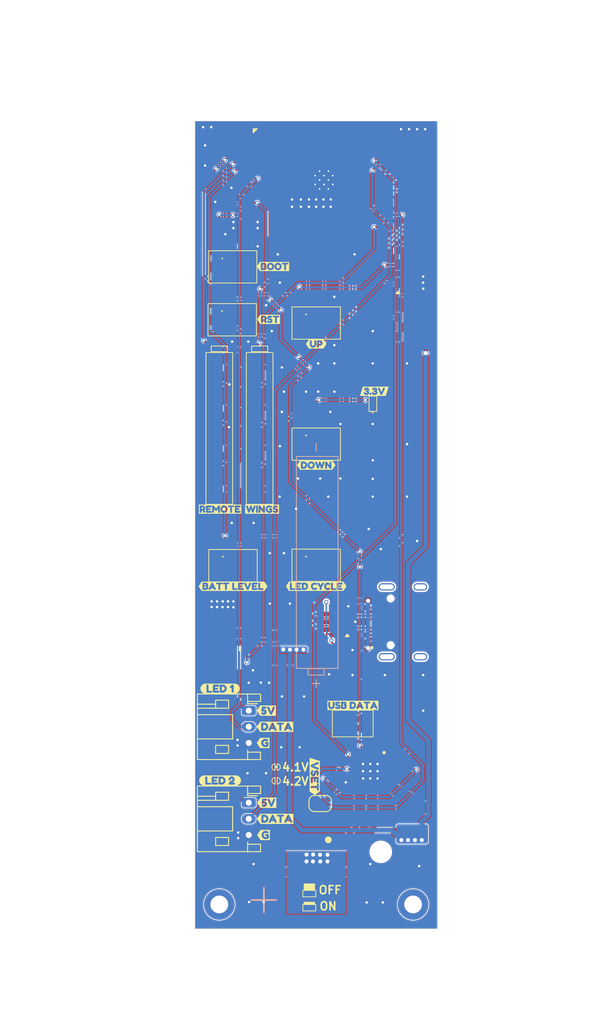
<source format=kicad_pcb>
(kicad_pcb (version 20241229) (generator "pcbnew") (generator_version "9.0")
  (layers (0 "F.Cu" signal) (4 "In1.Cu" power) (6 "In2.Cu" power) (2 "B.Cu" signal) (13 "F.Paste" user) (15 "B.Paste" user) (5 "F.SilkS" user "F.Silkscreen") (7 "B.SilkS" user "B.Silkscreen") (1 "F.Mask" user) (3 "B.Mask" user) (25 "Edge.Cuts" user))
  (net 0 "")
  (net 1 "GND")
  (net 2 "/Connectors and Buttons/SW_TO_BATT")
  (net 3 "VBUS")
  (net 4 "+3.3V")
  (net 5 "/Microcontroller/CHIP_EN_BTN")
  (net 6 "/Microcontroller/BOOT_SEL_BTN")
  (net 7 "/Microcontroller/3.3V_BP")
  (net 8 "+5V")
  (net 9 "/Battery Charger/CHG_SW")
  (net 10 "/Battery Charger/CHG_BTST")
  (net 11 "VCC")
  (net 12 "/Battery Charger/CHG_REGN")
  (net 13 "VBAT")
  (net 14 "/Battery Charger/CHG_PMID")
  (net 15 "/Connectors and Buttons/UP_BTN")
  (net 16 "/Connectors and Buttons/DOWN_BTN")
  (net 17 "/Connectors and Buttons/LED_CYCLE_BTN")
  (net 18 "/Connectors and Buttons/SHOW_BATT_LEVEL_BTN")
  (net 20 "/Connectors and Buttons/USBC_D+")
  (net 21 "/Connectors and Buttons/USBC_D-")
  (net 24 "/Connectors and Buttons/USBC_CC1")
  (net 28 "/Connectors and Buttons/USBC_CC2")
  (net 29 "/Connectors and Buttons/CONN_LED1_DATA")
  (net 30 "/Battery Charger/5V_SW")
  (net 31 "/Battery Level Indicators/WING_BATT_LED_DATA")
  (net 32 "Net-(LED1-DOUT)")
  (net 33 "Net-(LED2-DOUT)")
  (net 34 "Net-(LED3-DOUT)")
  (net 36 "Net-(LED5-DOUT)")
  (net 37 "/Battery Level Indicators/REMOTE_BATT_LED_DATA")
  (net 38 "Net-(LED6-DOUT)")
  (net 39 "Net-(LED7-DOUT)")
  (net 41 "/Battery Charger/CHG_STAT")
  (net 42 "/Battery Charger/CHG_PG")
  (net 43 "/Battery Charger/CHG_TS")
  (net 44 "/Battery Charger/5V_FB")
  (net 51 "/Battery Charger/CHG_USB_D-")
  (net 52 "/Battery Charger/CHG_USB_D+")
  (net 53 "/Battery Charger/CHG_CE")
  (net 54 "/Battery Charger/5V_EN")
  (net 62 "/Battery Charger/VSET")
  (net 63 "/Battery Charger/VSET_IC")
  (net 64 "/Battery Charger/ILIM")
  (net 65 "/Battery Charger/ICHG")
  (net 66 "/Connectors and Buttons/CONN_LED2_DATA")
  (net 67 "VDD")
  (net 68 "VDD_filtered")
  (net 69 "/Microcontroller/LED_K")
  (net 73 "/Microcontroller/USBu_D-")
  (net 74 "/Microcontroller/USBu_D+")
  (net 75 "/Battery Charger/IC_USB_D-")
  (net 76 "/Battery Charger/IC_USB_D+")
  (footprint "No_silkscreen:R_0402_1005Metric" (layer "F.Cu") (at 115.35 103.225 180)
    (property "Reference" "R18")
    (property "Value" "10k")
  )
  (footprint "kibuzzard-692B200D" (layer "F.Cu") (at 119.65 139.225)
    (property "Reference" "kibuzzard-692B200D" (hide yes))
    (property "Value" "G***" (hide yes))
  )
  (footprint "MountingHole:MountingHole_2.2mm_M2_DIN965_Pad" (layer "F.Cu") (at 138.175 147.825)
    (property "Reference" "H1")
    (property "Value" "M2")
  )
  (footprint "TPS61023DRL:SOTFL50P160X60-6N" (layer "F.Cu") (at 117.6 115.312 90)
    (property "Reference" "U5")
    (property "Value" "TPS61023DRL" (hide yes))
  )
  (footprint "Inductor_SMD:L_Taiyo-Yuden_NR-40xx" (layer "F.Cu") (at 138.075 137.225 -90)
    (property "Reference" "L2")
    (property "Value" "2.2uH")
  )
  (footprint "No_silkscreen:C_0402_1005Metric" (layer "F.Cu") (at 115.775 52.425 90)
    (property "Reference" "C4")
    (property "Value" "100n")
  )
  (footprint "No_silkscreen:R_0402_1005Metric" (layer "F.Cu") (at 115.375 61.025)
    (property "Reference" "R3")
    (property "Value" "10k")
  )
  (footprint "kibuzzard-6926CD00" (layer "F.Cu") (at 115.875 108.425)
    (property "Reference" "kibuzzard-6926CD00" (hide yes))
    (property "Value" "G***" (hide yes))
  )
  (footprint "No_silkscreen:R_0402_1005Metric" (layer "F.Cu") (at 124.1 102.725 -90)
    (property "Reference" "R17")
    (property "Value" "10k")
  )
  (footprint "No_silkscreen:C_0402_1005Metric" (layer "F.Cu") (at 118.35 117.5 90)
    (property "Reference" "C29")
    (property "Value" "100n")
  )
  (footprint "MountingHole:MountingHole_2.2mm_M2_DIN965_Pad" (layer "F.Cu") (at 114.175 147.825)
    (property "Reference" "H2")
    (property "Value" "M2")
  )
  (footprint "SKRPARE010:SKRPARE010" (layer "F.Cu") (at 126.175 75.825)
    (property "Reference" "SW1")
    (property "Value" "SKRPARE010" (hide yes))
  )
  (footprint "No_silkscreen:C_0805_2012Metric" (layer "F.Cu") (at 135.075 124.775 180)
    (property "Reference" "C21")
    (property "Value" "22u/25V")
  )
  (footprint "kibuzzard-691CA756" (layer "F.Cu") (at 120.05 135.225)
    (property "Reference" "kibuzzard-691CA756" (hide yes))
    (property "Value" "G***" (hide yes))
  )
  (footprint "No_silkscreen:C_0805_2012Metric" (layer "F.Cu") (at 134.025 134.775)
    (property "Reference" "C23")
    (property "Value" "22u/25V")
  )
  (footprint "kibuzzard-691CA83A" (layer "F.Cu") (at 114.275 98.875)
    (property "Reference" "kibuzzard-691CA83A" (hide yes))
    (property "Value" "G***" (hide yes))
  )
  (footprint "No_silkscreen:R_0402_1005Metric" (layer "F.Cu") (at 115.575 117.725 180)
    (property "Reference" "R14")
    (property "Value" "100k")
  )
  (footprint "kibuzzard-691CA769" (layer "F.Cu") (at 121.075 125.825)
    (property "Reference" "kibuzzard-691CA769" (hide yes))
    (property "Value" "G***" (hide yes))
  )
  (footprint "Package_TO_SOT_SMD:SOT-23-6" (layer "F.Cu") (at 128.575 112.825 180)
    (property "Reference" "U1")
    (property "Value" "USBLC6-2SC6")
  )
  (footprint "No_silkscreen:C_0402_1005Metric" (layer "F.Cu") (at 118.75 97.625 180)
    (property "Reference" "C14")
    (property "Value" "100n")
  )
  (footprint "No_silkscreen:R_0402_1005Metric" (layer "F.Cu") (at 124.15 72.775 -90)
    (property "Reference" "R15")
    (property "Value" "10k")
  )
  (footprint "No_silkscreen:C_0603_1608Metric" (layer "F.Cu") (at 114.475 52.725 -90)
    (property "Reference" "C3")
    (property "Value" "10u")
  )
  (footprint "No_silkscreen:C_0402_1005Metric" (layer "F.Cu") (at 134.46 70.955)
    (property "Reference" "C2")
    (property "Value" "100n")
  )
  (footprint "Jumper:SolderJumper-2_P1.3mm_Bridged_RoundedPad1.0x1.5mm" (layer "F.Cu") (at 129.4 125.425 -90)
    (property "Reference" "JP2")
    (property "Value" "JMP_D-")
  )
  (footprint "No_silkscreen:C_0805_2012Metric" (layer "F.Cu") (at 115.55 113.3 90)
    (property "Reference" "C31")
    (property "Value" "22u/25V")
  )
  (footprint "No_silkscreen:C_0402_1005Metric" (layer "F.Cu") (at 125.625 103.225 180)
    (property "Reference" "C35")
    (property "Value" "100n")
  )
  (footprint "No_silkscreen:R_0402_1005Metric" (layer "F.Cu") (at 128.465 131.225 180)
    (property "Reference" "R9")
    (property "Value" "560R")
  )
  (footprint "No_silkscreen:R_0402_1005Metric" (layer "F.Cu") (at 136.975 54.925 180)
    (property "Reference" "R4")
    (property "Value" "10k")
  )
  (footprint "kibuzzard-6926CD0F" (layer "F.Cu") (at 126.175 93.425)
    (property "Reference" "kibuzzard-6926CD0F" (hide yes))
    (property "Value" "G***" (hide yes))
  )
  (footprint "kibuzzard-692B208F" (layer "F.Cu") (at 119.605 127.825)
    (property "Reference" "kibuzzard-692B208F" (hide yes))
    (property "Value" "G***" (hide yes))
  )
  (footprint "No_silkscreen:LED_WS2812B-2020_PLCC4_2.0x2.0mm" (layer "F.Cu") (at 114.175 85.825 180)
    (property "Reference" "LED6")
    (property "Value" "WS2812B-2020")
  )
  (footprint "Connector_JST:JST_PH_S3B-PH-K_1x03_P2.00mm_Horizontal" (layer "F.Cu") (at 117.825 123.825 -90)
    (property "Reference" "J2")
    (property "Value" "LED1_CONN")
  )
  (footprint "kibuzzard-6926CC2A" (layer "F.Cu") (at 133.375 84.275)
    (property "Reference" "kibuzzard-6926CC2A" (hide yes))
    (property "Value" "G***" (hide yes))
  )
  (footprint "No_silkscreen:C_0402_1005Metric" (layer "F.Cu") (at 113.675 71.775)
    (property "Reference" "C5")
    (property "Value" "100n")
  )
  (footprint "No_silkscreen:C_0402_1005Metric" (layer "F.Cu") (at 134.46 73.865)
    (property "Reference" "C1")
    (property "Value" "100n")
  )
  (footprint "No_silkscreen:R_0402_1005Metric" (layer "F.Cu") (at 126.575 137.125)
    (property "Reference" "R10")
    (property "Value" "10k")
  )
  (footprint "No_silkscreen:C_0402_1005Metric" (layer "F.Cu") (at 125.65 73.275 180)
    (property "Reference" "C33")
    (property "Value" "100n")
  )
  (footprint "No_silkscreen:C_0805_2012Metric" (layer "F.Cu") (at 134.025 136.825)
    (property "Reference" "C24")
    (property "Value" "22u/25V")
  )
  (footprint "No_silkscreen:R_0402_1005Metric" (layer "F.Cu") (at 137.15 59.425 180)
    (property "Reference" "R19")
    (property "Value" "22R")
  )
  (footprint "Package_TO_SOT_SMD:SOT-23-5" (layer "F.Cu") (at 137.2375 69.725 90)
    (property "Reference" "U3")
    (property "Value" "SPX3819M5-L-3-3")
  )
  (footprint "No_silkscreen:R_0402_1005Metric" (layer "F.Cu") (at 134.275 85.825 90)
    (property "Reference" "R7")
    (property "Value" "110R")
  )
  (footprint "No_silkscreen:C_0402_1005Metric" (layer "F.Cu") (at 113.775 82.625 180)
    (property "Reference" "C15")
    (property "Value" "100n")
  )
  (footprint "No_silkscreen:LED_WS2812B-2020_PLCC4_2.0x2.0mm" (layer "F.Cu") (at 119.175 85.825 180)
    (property "Reference" "LED2")
    (property "Value" "WS2812B-2020")
  )
  (footprint "No_silkscreen:R_0402_1005Metric" (layer "F.Cu") (at 137.15 57.925 180)
    (property "Reference" "R20")
    (property "Value" "22R")
  )
  (footprint "No_silkscreen:C_0402_1005Metric" (layer "F.Cu") (at 118.75 82.625 180)
    (property "Reference" "C11")
    (property "Value" "100n")
  )
  (footprint "No_silkscreen:LED_WS2812B-2020_PLCC4_2.0x2.0mm" (layer "F.Cu") (at 119.175 95.825 180)
    (property "Reference" "LED4")
    (property "Value" "WS2812B-2020")
  )
  (footprint "No_silkscreen:R_0402_1005Metric" (layer "F.Cu") (at 115.575 72.825 180)
    (property "Reference" "R5")
    (property "Value" "10k")
  )
  (footprint "No_silkscreen:C_0805_2012Metric" (layer "F.Cu") (at 138.1 129.375 180)
    (property "Reference" "C28")
    (property "Value" "22u/25V")
  )
  (footprint "No_silkscreen:LED_WS2812B-2020_PLCC4_2.0x2.0mm" (layer "F.Cu") (at 114.175 90.825 180)
    (property "Reference" "LED7")
    (property "Value" "WS2812B-2020")
  )
  (footprint "No_silkscreen:C_0402_1005Metric" (layer "F.Cu") (at 113.725 92.625 180)
    (property "Reference" "C17")
    (property "Value" "100n")
  )
  (footprint "kibuzzard-691CA85F" (layer "F.Cu") (at 119.475 98.875)
    (property "Reference" "kibuzzard-691CA85F" (hide yes))
    (property "Value" "G***" (hide yes))
  )
  (footprint "No_silkscreen:C_0805_2012Metric" (layer "F.Cu") (at 130.575 136.775 180)
    (property "Reference" "C27")
    (property "Value" "22u/25V")
  )
  (footprint "No_silkscreen:C_0402_1005Metric" (layer "F.Cu") (at 113.75 97.625 180)
    (property "Reference" "C18")
    (property "Value" "100n")
  )
  (footprint "No_silkscreen:C_0805_2012Metric" (layer "F.Cu") (at 119.85 118.3 -90)
    (property "Reference" "C30")
    (property "Value" "22u/25V")
  )
  (footprint "kibuzzard-691CA769" (layer "F.Cu") (at 121.1 137.225)
    (property "Reference" "kibuzzard-691CA769" (hide yes))
    (property "Value" "G***" (hide yes))
  )
  (footprint "Diode_SMD:D_SOD-123" (layer "F.Cu") (at 138.075 77.525)
    (property "Reference" "D2")
    (property "Value" "1N5819HW-7-F")
  )
  (footprint "Personal library:YIYUAN_YTSPS-22E59NL2" (layer "F.Cu") (at 126.175 141.825 180)
    (property "Reference" "SW5")
    (property "Value" "ON_OFF_BTN")
  )
  (footprint "LED_SMD:LED_0402_1005Metric" (layer "F.Cu") (at 133.175 85.825 90)
    (property "Reference" "LED9")
    (property "Value" "USB_LED_O")
  )
  (footprint "Inductor_SMD:L_Taiyo-Yuden_NR-40xx" (layer "F.Cu") (at 123.15 115.975 90)
    (property "Reference" "L3")
    (property "Value" "2.2uH")
  )
  (footprint "SKRPARE010:SKRPARE010" (layer "F.Cu") (at 115.875 105.825)
    (property "Reference" "SW4")
    (property "Value" "SKRPARE010" (hide yes))
  )
  (footprint "No_silkscreen:LED_WS2812B-2020_PLCC4_2.0x2.0mm" (layer "F.Cu") (at 119.175 80.825 180)
    (property "Reference" "LED1")
    (property "Value" "WS2812B-2020")
  )
  (footprint "No_silkscreen:C_0402_1005Metric" (layer "F.Cu") (at 135.425 128.4 180)
    (property "Reference" "C19")
    (property "Value" "100n")
  )
  (footprint "No_silkscreen:R_0402_1005Metric" (layer "F.Cu") (at 131.75 111.075 180)
    (property "Reference" "R2")
    (property "Value" "5k1")
  )
  (footprint "kibuzzard-6926CD20" (layer "F.Cu") (at 126.175 78.425)
    (property "Reference" "kibuzzard-6926CD20" (hide yes))
    (property "Value" "G***" (hide yes))
  )
  (footprint "No_silkscreen:R_0402_1005Metric" (layer "F.Cu") (at 128.475 130.125 180)
    (property "Reference" "R8")
    (property "Value" "475R")
  )
  (footprint "SKRPARE010:SKRPARE010" (layer "F.Cu") (at 115.8 68.9)
    (property "Reference" "S2")
    (property "Value" "SKRPARE010" (hide yes))
  )
  (footprint "No_silkscreen:R_0402_1005Metric" (layer "F.Cu") (at 128.465 132.225)
    (property "Reference" "R11")
    (property "Value" "10k")
  )
  (footprint "No_silkscreen:R_0402_1005Metric" (layer "F.Cu") (at 115.585 66.325 180)
    (property "Reference" "R6")
    (property "Value" "10k")
  )
  (footprint "kibuzzard-6926CC00" (layer "F.Cu") (at 120.275 75.375)
    (property "Reference" "kibuzzard-6926CC00" (hide yes))
    (property "Value" "G***" (hide yes))
  )
  (footprint "No_silkscreen:C_0402_1005Metric" (layer "F.Cu") (at 113.725 87.6 180)
    (property "Reference" "C16")
    (property "Value" "100n")
  )
  (footprint "SKRPARE010:SKRPARE010" (layer "F.Cu") (at 126.175 105.825)
    (property "Reference" "SW3")
    (property "Value" "SKRPARE010" (hide yes))
  )
  (footprint "kibuzzard-6926CC4E" (layer "F.Cu") (at 114.275 132.475)
    (property "Reference" "kibuzzard-6926CC4E" (hide yes))
    (property "Value" "G***" (hide yes))
  )
  (footprint "Connector_JST:JST_PH_S3B-PH-K_1x03_P2.00mm_Horizontal" (layer "F.Cu") (at 117.825 135.225 -90)
    (property "Reference" "J3")
    (property "Value" "LED2_CONN")
  )
  (footprint "No_silkscreen:R_0402_1005Metric" (layer "F.Cu") (at 128.465 133.225 180)
    (property "Reference" "R12")
    (property "Value" "10k")
  )
  (footprint "kibuzzard-6926CCF6" (layer "F.Cu") (at 126.175 108.425)
    (property "Reference" "kibuzzard-6926CCF6" (hide yes))
    (property "Value" "G***" (hide yes))
  )
  (footprint "No_silkscreen:C_0402_1005Metric" (layer "F.Cu") (at 139.5 68.1 -90)
    (property "Reference" "C9")
    (property "Value" "100n")
  )
  (footprint "kibuzzard-6926CC47" (layer "F.Cu") (at 114.275 121.1)
    (property "Reference" "kibuzzard-6926CC47" (hide yes))
    (property "Value" "G***" (hide yes))
  )
  (footprint "BQ25616:WQFN24_RTW_TEX-L" (layer "F.Cu") (at 132.875 131.325 -90)
    (property "Reference" "U4")
    (property "Value" "BQ25616")
  )
  (footprint "kibuzzard-691CA756" (layer "F.Cu") (at 120.005 123.825)
    (property "Reference" "kibuzzard-691CA756" (hide yes))
    (property "Value" "G***" (hide yes))
  )
  (footprint "No_silkscreen:C_0603_1608Metric" (layer "F.Cu") (at 137.225 131.85 -90)
    (property "Reference" "C25")
    (property "Value" "4.7u/25V")
  )
  (footprint "No_silkscreen:LED_WS2812B-2020_PLCC4_2.0x2.0mm" (layer "F.Cu") (at 119.175 90.825 180)
    (property "Reference" "LED3")
    (property "Value" "WS2812B-2020")
  )
  (footprint "No_silkscreen:C_0402_1005Metric" (layer "F.Cu") (at 118.725 92.6 180)
    (property "Reference" "C13")
    (property "Value" "100n")
  )
  (footprint "Jumper:SolderJumper-2_P1.3mm_Bridged_RoundedPad1.0x1.5mm" (layer "F.Cu") (at 126.675 135.325)
    (property "Reference" "JP1")
    (property "Value" "VSET_JMP")
  )
  (footprint "No_silkscreen:C_0805_2012Metric" (layer "F.Cu") (at 130.575 134.775 180)
    (property "Reference" "C26")
    (property "Value" "22u/25V")
  )
  (footprint "No_silkscreen:C_0402_1005Metric" (layer "F.Cu") (at 113.675 66.325)
    (property "Reference" "C7")
    (property "Value" "100n")
  )
  (footprint "kibuzzard-6926CBC7" (layer "F.Cu") (at 120.825 68.825)
    (property "Reference" "kibuzzard-6926CBC7" (hide yes))
    (property "Value" "G***" (hide yes))
  )
  (footprint "No_silkscreen:LED_WS2812B-2020_PLCC4_2.0x2.0mm" (layer "F.Cu") (at 114.175 95.825 180)
    (property "Reference" "LED8")
    (property "Value" "WS2812B-2020")
  )
  (footprint "No_silkscreen:C_0402_1005Metric" (layer "F.Cu") (at 135.9 132.2 90)
    (property "Reference" "C22")
    (property "Value" "47n/25V")
  )
  (footprint "No_silkscreen:C_0603_1608Metric" (layer "F.Cu") (at 137.05 66.875)
    (property "Reference" "C10")
    (property "Value" "10u")
  )
  (footprint "RF_Module:ESP32-C3-WROOM-02" (layer "F.Cu") (at 126.175 57.925)
    (property "Reference" "U2")
    (property "Value" "ESP32-C3-WROOM-02")
  )
  (footprint "No_silkscreen:R_0402_1005Metric" (layer "F.Cu") (at 131.75 114.475 180)
    (property "Reference" "R1")
    (property "Value" "5k1")
  )
  (footprint "No_silkscreen:C_0402_1005Metric" (layer "F.Cu") (at 113.825 102.775 -90)
    (property "Reference" "C36")
    (property "Value" "100n")
  )
  (footprint "No_silkscreen:C_0603_1608Metric" (layer "F.Cu") (at 134.15 75.125 180)
    (property "Reference" "C8")
    (property "Value" "10u")
  )
  (footprint "No_silkscreen:C_0805_2012Metric" (layer "F.Cu") (at 135.075 126.825 180)
    (property "Reference" "C20")
    (property "Value" "22u/25V")
  )
  (footprint "No_silkscreen:C_0402_1005Metric" (layer "F.Cu") (at 118.75 87.625 180)
    (property "Reference" "C12")
    (property "Value" "100n")
  )
  (footprint "TYPE-C-31-M-12:HRO_TYPE-C-31-M-12" (layer "F.Cu") (at 139.075 112.825 90)
    (property "Reference" "J1")
    (property "Value" "TYPE-C-31-M-12")
  )
  (footprint "Diode_SMD:D_SOD-123" (layer "F.Cu") (at 138.075 75.125)
    (property "Reference" "D1")
    (property "Value" "1N5819HW-7-F")
  )
  (footprint "SKRPARE010:SKRPARE010" (layer "F.Cu") (at 115.775 75.425)
    (property "Reference" "S1")
    (property "Value" "SKRPARE010" (hide yes))
  )
  (footprint "No_silkscreen:R_0402_1005Metric" (layer "F.Cu") (at 115.575 116.525)
    (property "Reference" "R13")
    (property "Value" "732k")
  )
  (footprint "SKRPARE010:SKRPARE010" (layer "F.Cu") (at 126.175 90.825)
    (property "Reference" "SW2")
    (property "Value" "SKRPARE010" (hide yes))
  )
  (footprint "kibuzzard-6926CCE2" (layer "F.Cu") (at 130.725 123.175)
    (property "Reference" "kibuzzard-6926CCE2" (hide yes))
    (property "Value" "G***" (hide yes))
  )
  (footprint "No_silkscreen:C_0805_2012Metric" (layer "F.Cu") (at 113.55 113.3 90)
    (property "Reference" "C32")
    (property "Value" "22u/25V")
  )
  (footprint "Jumper:SolderJumper-2_P1.3mm_Bridged_RoundedPad1.0x1.5mm" (layer "F.Cu") (at 132 125.425 -90)
    (property "Reference" "JP3")
    (property "Value" "JMP_D+")
  )
  (footprint "kibuzzard-691CAAF4" (layer "F.Cu") (at 125.995 131.965 -90)
    (property "Reference" "kibuzzard-691CAAF4" (hide yes))
    (property "Value" "G***" (hide yes))
  )
  (footprint "No_silkscreen:R_0402_1005Metric" (layer "F.Cu") (at 124.125 87.775 -90)
    (property "Reference" "R16")
    (property "Value" "10k")
  )
  (footprint "No_silkscreen:C_0402_1005Metric" (layer "F.Cu") (at 113.65 72.825 180)
    (property "Reference" "C6")
    (property "Value" "1uF")
  )
  (footprint "No_silkscreen:C_0402_1005Metric" (layer "F.Cu") (at 125.625 88.275 180)
    (property "Reference" "C34")
    (property "Value" "100n")
  )
  (footprint "Inductor_SMD:L_0402_1005Metric" (layer "F.Cu") (at 134.9 72.415 90)
    (property "Reference" "L1")
    (property "Value" "2n2")
  )
  (footprint "No_silkscreen:LED_WS2812B-2020_PLCC4_2.0x2.0mm" (layer "F.Cu") (at 114.175 80.825 180)
    (property "Reference" "LED5")
    (property "Value" "WS2812B-2020")
  )
  (footprint "Personal library:BH-18650-B1BA002" (layer "B.Cu") (at 126.175 105.47 -90)
    (property "Reference" "B1")
    (property "Value" "BH-18650-B1BA002")
  )
  (gr_rect (start 123.175 103.825) (end 129.175 107.825) (stroke (width 0.1)) (fill no) (layer "F.SilkS"))
  (gr_rect (start 117.525 79.475) (end 120.825 98.275) (stroke (width 0.1)) (fill no) (layer "F.SilkS"))
  (gr_rect (start 132.725 84.875) (end 133.675 86.775) (stroke (width 0.1)) (fill no) (layer "F.SilkS"))
  (gr_arc (start 121.094778 132.915001) (mid 120.694999 132.514986) (end 121.094806 132.115001) (stroke (width 0.1)) (layer "F.SilkS"))
  (gr_rect (start 112.875 103.875) (end 118.875 107.875) (stroke (width 0.1)) (fill no) (layer "F.SilkS"))
  (gr_arc (start 121.094889 131.215) (mid 120.6951 130.814986) (end 121.094917 130.415) (stroke (width 0.1)) (layer "F.SilkS"))
  (gr_line (start 121.094917 130.415001) (end 121.095139 131.214999) (stroke (width 0.1)) (layer "F.SilkS"))
  (gr_line (start 121.094806 132.115002) (end 121.095028 132.915) (stroke (width 0.1)) (layer "F.SilkS"))
  (gr_rect (start 128.175 123.775) (end 133.225 127.075) (stroke (width 0.1)) (fill no) (layer "F.SilkS"))
  (gr_rect (start 112.525 79.475) (end 115.825 98.275) (stroke (width 0.1)) (fill no) (layer "F.SilkS"))
  (gr_rect (start 118.175 78.675) (end 120.175 79.375) (stroke (width 0.1)) (fill no) (layer "F.SilkS"))
  (gr_rect (start 124.675 145.275) (end 125.975 146.075) (stroke (width 0.1)) (fill yes) (layer "F.SilkS"))
  (gr_rect (start 123.175 73.825) (end 129.175 77.825) (stroke (width 0.1)) (fill no) (layer "F.SilkS"))
  (gr_line (start 121.095139 130.915) (end 121.344889 130.915) (stroke (width 0.1)) (layer "F.SilkS"))
  (gr_line (start 121.345111 131.214999) (end 121.344889 130.415001) (stroke (width 0.1)) (layer "F.SilkS"))
  (gr_line (start 121.095139 130.815) (end 121.344889 130.815) (stroke (width 0.1)) (layer "F.SilkS"))
  (gr_arc (start 121.345028 132.115001) (mid 121.744799 132.515014) (end 121.345 132.915001) (stroke (width 0.1)) (layer "F.SilkS"))
  (gr_rect (start 113.175 78.675) (end 115.175 79.375) (stroke (width 0.1)) (fill no) (layer "F.SilkS"))
  (gr_rect (start 112.825 66.875) (end 118.825 70.875) (stroke (width 0.1)) (fill no) (layer "F.SilkS"))
  (gr_arc (start 121.345139 130.415) (mid 121.7449 130.815014) (end 121.345111 131.215) (stroke (width 0.1)) (layer "F.SilkS"))
  (gr_rect (start 124.525 146.075) (end 126.125 146.875) (stroke (width 0.1)) (fill no) (layer "F.SilkS"))
  (gr_rect (start 123.175 88.825) (end 129.175 92.825) (stroke (width 0.1)) (fill no) (layer "F.SilkS"))
  (gr_rect (start 112.775 73.425) (end 118.775 77.425) (stroke (width 0.1)) (fill no) (layer "F.SilkS"))
  (gr_line (start 121.345 132.915) (end 121.344778 132.115002) (stroke (width 0.1)) (layer "F.SilkS"))
  (gr_rect (start 124.675 147.55) (end 125.975 147.825) (stroke (width 0.1)) (fill yes) (layer "F.SilkS"))
  (gr_line (start 121.09525 130.715) (end 121.345 130.715) (stroke (width 0.1)) (layer "F.SilkS"))
  (gr_rect (start 124.525 147.825) (end 126.125 148.625) (stroke (width 0.1)) (fill no) (layer "F.SilkS"))
  (gr_rect (start 111.175 50.825) (end 141.175 150.825) (stroke (width 0.05)) (fill no) (layer "Edge.Cuts"))
  (gr_text "OFF" (at 126.375 146.625 0) (layer "F.SilkS") (effects (font (size 1 1) (thickness 0.2) (bold yes)) (justify left bottom)))
  (gr_text "4.2V" (at 121.845 133.165 0) (layer "F.SilkS") (effects (font (size 1 1) (thickness 0.2) (bold yes)) (justify left bottom)))
  (gr_text "4.1V" (at 121.845 131.415 0) (layer "F.SilkS") (effects (font (size 1 1) (thickness 0.2) (bold yes)) (justify left bottom)))
  (gr_text "ON" (at 126.475 148.625 0) (layer "F.SilkS") (effects (font (size 1 1) (thickness 0.2) (bold yes)) (justify left bottom)))
  (via (at 115.25 110.3) (size 0.5) (drill 0.3) (layers "F.Cu" "B.Cu") (net 1))
  (via (at 139.425 70.825) (size 0.5) (drill 0.3) (layers "F.Cu" "B.Cu") (net 1))
  (via (at 138.675 51.825) (size 0.5) (drill 0.3) (layers "F.Cu" "B.Cu") (net 1))
  (via (at 123.925 95.075) (size 0.5) (drill 0.3) (layers "F.Cu" "B.Cu") (net 1))
  (via (at 114.575 111) (size 0.5) (drill 0.3) (layers "F.Cu" "B.Cu") (net 1))
  (via (at 122.925 110.575) (size 0.5) (drill 0.3) (layers "F.Cu" "B.Cu") (net 1))
  (via (at 115.725 100.575) (size 0.5) (drill 0.3) (layers "F.Cu" "B.Cu") (net 1))
  (via (at 118.425 142.825) (size 0.5) (drill 0.3) (layers "F.Cu" "B.Cu") (net 1))
  (via (at 134.175 103.825) (size 0.5) (drill 0.3) (layers "F.Cu" "B.Cu") (net 1))
  (via (at 117.675 131.575) (size 0.5) (drill 0.3) (layers "F.Cu" "B.Cu") (net 1))
  (via (at 129.175 95.075) (size 0.5) (drill 0.3) (layers "F.Cu" "B.Cu") (net 1))
  (via (at 112.175 51.575) (size 0.5) (drill 0.3) (layers "F.Cu" "B.Cu") (net 1))
  (via (at 132.425 147.575) (size 0.5) (drill 0.3) (layers "F.Cu" "B.Cu") (net 1))
  (via (at 134.675 119.425) (size 0.5) (drill 0.3) (layers "F.Cu" "B.Cu") (net 1))
  (via (at 118.925 66.325) (size 0.5) (drill 0.3) (layers "F.Cu" "B.Cu") (net 1))
  (via (at 115.775 78.125) (size 0.5) (drill 0.3) (layers "F.Cu" "B.Cu") (net 1))
  (via (at 117.775 78.125) (size 0.5) (drill 0.3) (layers "F.Cu" "B.Cu") (net 1))
  (via (at 121.425 67.325) (size 0.5) (drill 0.3) (layers "F.Cu" "B.Cu") (net 1))
  (via (at 113.225 111) (size 0.5) (drill 0.3) (layers "F.Cu" "B.Cu") (net 1))
  (via (at 116.515 139.615) (size 0.5) (drill 0.3) (layers "F.Cu" "B.Cu") (net 1))
  (via (at 115.925 111.025) (size 0.5) (drill 0.3) (layers "F.Cu" "B.Cu") (net 1))
  (via (at 113.175 51.575) (size 0.5) (drill 0.3) (layers "F.Cu" "B.Cu") (net 1))
  (via (at 115.425 83.425) (size 0.5) (drill 0.3) (layers "F.Cu" "B.Cu") (net 1))
  (via (at 127.925 86.825) (size 0.5) (drill 0.3) (layers "F.Cu" "B.Cu") (net 1))
  (via (at 139.425 71.575) (size 0.5) (drill 0.3) (layers "F.Cu" "B.Cu") (net 1))
  (via (at 138.675 102.825) (size 0.5) (drill 0.3) (layers "F.Cu" "B.Cu") (net 1))
  (via (at 121.645 97.325) (size 0.5) (drill 0.3) (layers "F.Cu" "B.Cu") (net 1))
  (via (at 117.825 120.375) (size 0.5) (drill 0.3) (layers "F.Cu" "B.Cu") (net 1))
  (via (at 137.425 97.325) (size 0.5) (drill 0.3) (layers "F.Cu" "B.Cu") (net 1))
  (via (at 132.875 142.825) (size 0.5) (drill 0.3) (layers "F.Cu" "B.Cu") (net 1))
  (via (at 113.225 110.3) (size 0.5) (drill 0.3) (layers "F.Cu" "B.Cu") (net 1))
  (via (at 121.925 86.825) (size 0.5) (drill 0.3) (layers "F.Cu" "B.Cu") (net 1))
  (via (at 139.425 123.825) (size 0.5) (drill 0.3) (layers "F.Cu" "B.Cu") (net 1))
  (via (at 115.675 59.075) (size 0.5) (drill 0.3) (layers "F.Cu" "B.Cu") (net 1))
  (via (at 115.25 111) (size 0.5) (drill 0.3) (layers "F.Cu" "B.Cu") (net 1))
  (via (at 125.275 60.525) (size 0.5) (drill 0.3) (layers "F.Cu" "B.Cu") (net 1))
  (via (at 126.175 61.425) (size 0.5) (drill 0.3) (layers "F.Cu" "B.Cu") (net 1))
  (via (at 139.425 119.425) (size 0.5) (drill 0.3) (layers "F.Cu" "B.Cu") (net 1))
  (via (at 114.6 110.3) (size 0.5) (drill 0.3) (layers "F.Cu" "B.Cu") (net 1))
  (via (at 116.515 138.915) (size 0.5) (drill 0.3) (layers "F.Cu" "B.Cu") (net 1))
  (via (at 118.35 118.825) (size 0.5) (drill 0.3) (layers "F.Cu" "B.Cu") (net 1))
  (via (at 124.275 61.425) (size 0.5) (drill 0.3) (layers "F.Cu" "B.Cu") (net 1))
  (via (at 113.9 110.3) (size 0.5) (drill 0.3) (layers "F.Cu" "B.Cu") (net 1))
  (via (at 126.425 80.825) (size 0.5) (drill 0.3) (layers "F.Cu" "B.Cu") (net 1))
  (via (at 137.675 51.825) (size 0.5) (drill 0.3) (layers "F.Cu" "B.Cu") (net 1))
  (via (at 120.675 76.825) (size 0.5) (drill 0.3) (layers "F.Cu" "B.Cu") (net 1))
  (via (at 123.675 98.825) (size 0.5) (drill 0.3) (layers "F.Cu" "B.Cu") (net 1))
  (via (at 133.175 88.325) (size 0.5) (drill 0.3) (layers "F.Cu" "B.Cu") (net 1))
  (via (at 133.175 76.825) (size 0.5) (drill 0.3) (layers "F.Cu" "B.Cu") (net 1))
  (via (at 130.675 119.425) (size 0.5) (drill 0.3) (layers "F.Cu" "B.Cu") (net 1))
  (via (at 115.925 64.075) (size 0.5) (drill 0.3) (layers "F.Cu" "B.Cu") (net 1))
  (via (at 127.975 61.425) (size 0.5) (drill 0.3) (layers "F.Cu" "B.Cu") (net 1))
  (via (at 127.775 119.325) (size 0.5) (drill 0.3) (layers "F.Cu" "B.Cu") (net 1))
  (via (at 130.925 67.325) (size 0.5) (drill 0.3) (layers "F.Cu" "B.Cu") (net 1))
  (via (at 122.175 84.325) (size 0.5) (drill 0.3) (layers "F.Cu" "B.Cu") (net 1))
  (via (at 118.425 100.575) (size 0.5) (drill 0.3) (layers "F.Cu" "B.Cu") (net 1))
  (via (at 114.925 64.825) (size 0.5) (drill 0.3) (layers "F.Cu" "B.Cu") (net 1))
  (via (at 112.425 56.325) (size 0.5) (drill 0.3) (layers "F.Cu" "B.Cu") (net 1))
  (via (at 126.175 60.525) (size 0.5) (drill 0.3) (layers "F.Cu" "B.Cu") (net 1))
  (via (at 133.175 97.325) (size 0.5) (drill 0.3) (layers "F.Cu" "B.Cu") (net 1))
  (via (at 128.425 72.575) (size 0.5) (drill 0.3) (layers "F.Cu" "B.Cu") (net 1))
  (via (at 124.925 84.325) (size 0.5) (drill 0.3) (layers "F.Cu" "B.Cu") (net 1))
  (via (at 121.845 128.365) (size 0.5) (drill 0.3) (layers "F.Cu" "B.Cu") (net 1))
  (via (at 121.675 70.825) (size 0.5) (drill 0.3) (layers "F.Cu" "B.Cu") (net 1))
  (via (at 116.435 128.145) (size 0.5) (drill 0.3) (layers "F.Cu" "B.Cu") (net 1))
  (via (at 130.15 110.9) (size 0.5) (drill 0.3) (layers "F.Cu" "B.Cu") (net 1))
  (via (at 126.675 95.075) (size 0.5) (drill 0.3) (layers "F.Cu" "B.Cu") (net 1))
  (via (at 119.325 120.35) (size 0.5) (drill 0.3) (layers "F.Cu" "B.Cu") (net 1))
  (via (at 115.375 88.725) (size 0.5) (drill 0.3) (layers "F.Cu" "B.Cu") (net 1))
  (via (at 118.925 63.325) (size 0.5) (drill 0.3) (layers "F.Cu" "B.Cu") (net 1))
  (via (at 124.125 128.365) (size 0.5) (drill 0.3) (layers "F.Cu" "B.Cu") (net 1))
  (via (at 139.425 70.075) (size 0.5) (drill 0.3) (layers "F.Cu" "B.Cu") (net 1))
  (via (at 136.675 51.825) (size 0.5) (drill 0.3) (layers "F.Cu" "B.Cu") (net 1))
  (via (at 131.025 112.825) (size 0.5) (drill 0.3) (layers "F.Cu" "B.Cu") (net 1))
  (via (at 130.675 116.325) (size 0.5) (drill 0.3) (layers "F.Cu" "B.Cu") (net 1))
  (via (at 120.425 110.575) (size 0.5) (drill 0.3) (layers "F.Cu" "B.Cu") (net 1))
  (via (at 128.425 80.825) (size 0.5) (drill 0.3) (layers "F.Cu" "B.Cu") (net 1))
  (via (at 117.875 147.525) (size 0.5) (drill 0.3) (layers "F.Cu" "B.Cu") (net 1))
  (via (at 118.925 64.075) (size 0.5) (drill 0.3) (layers "F.Cu" "B.Cu") (net 1))
  (via (at 132.675 101.325) (size 0.5) (drill 0.3) (layers "F.Cu" "B.Cu") (net 1))
  (via (at 112.425 53.825) (size 0.5) (drill 0.3) (layers "F.Cu" "B.Cu") (net 1))
  (via (at 126.425 84.325) (size 0.5) (drill 0.3) (layers "F.Cu" "B.Cu") (net 1))
  (via (at 127.675 97.325) (size 0.5) (drill 0.3) (layers "F.Cu" "B.Cu") (net 1))
  (via (at 116.435 127.445) (size 0.5) (drill 0.3) (layers "F.Cu" "B.Cu") (net 1))
  (via (at 129.845 132.695) (size 0.5) (drill 0.3) (layers "F.Cu" "B.Cu") (net 1))
  (via (at 125.275 61.425) (size 0.5) (drill 0.3) (layers "F.Cu" "B.Cu") (net 1))
  (via (at 113.675 60.825) (size 0.5) (drill 0.3) (layers "F.Cu" "B.Cu") (net 1))
  (via (at 129.175 88.325) (size 0.5) (drill 0.3) (layers "F.Cu" "B.Cu") (net 1))
  (via (at 121.675 91.075) (size 0.5) (drill 0.3) (layers "F.Cu" "B.Cu") (net 1))
  (via (at 124.675 122.075) (size 0.5) (drill 0.3) (layers "F.Cu" "B.Cu") (net 1))
  (via (at 139.675 51.825) (size 0.5) (drill 0.3) (layers "F.Cu" "B.Cu") (net 1))
  (via (at 123.175 60.525) (size 0.5) (drill 0.3) (layers "F.Cu" "B.Cu") (net 1))
  (via (at 113.9 111) (size 0.5) (drill 0.3) (layers "F.Cu" "B.Cu") (net 1))
  (via (at 115.925 110.3) (size 0.5) (drill 0.3) (layers "F.Cu" "B.Cu") (net 1))
  (via (at 138.925 143.075) (size 0.5) (drill 0.3) (layers "F.Cu" "B.Cu") (net 1))
  (via (at 133.175 92.825) (size 0.5) (drill 0.3) (layers "F.Cu" "B.Cu") (net 1))
  (via (at 123.175 61.425) (size 0.5) (drill 0.3) (layers "F.Cu" "B.Cu") (net 1))
  (via (at 121.925 122.075) (size 0.5) (drill 0.3) (layers "F.Cu" "B.Cu") (net 1))
  (via (at 137.425 80.825) (size 0.5) (drill 0.3) (layers "F.Cu" "B.Cu") (net 1))
  (via (at 128.425 78.575) (size 0.5) (drill 0.3) (layers "F.Cu" "B.Cu") (net 1))
  (via (at 119.675 147.525) (size 0.5) (drill 0.3) (layers "F.Cu" "B.Cu") (net 1))
  (via (at 119.965 131.575) (size 0.5) (drill 0.3) (layers "F.Cu" "B.Cu") (net 1))
  (via (at 137.425 90.825) (size 0.5) (drill 0.3) (layers "F.Cu" "B.Cu") (net 1))
  (via (at 122.175 104.325) (size 0.5) (drill 0.3) (layers "F.Cu" "B.Cu") (net 1))
  (via (at 133.175 95.125) (size 0.5) (drill 0.3) (layers "F.Cu" "B.Cu") (net 1))
  (via (at 128.425 84.325) (size 0.5) (drill 0.3) (layers "F.Cu" "B.Cu") (net 1))
  (via (at 119.975 73.625) (size 0.5) (drill 0.3) (layers "F.Cu" "B.Cu") (net 1))
  (via (at 120.425 104.325) (size 0.5) (drill 0.3) (layers "F.Cu" "B.Cu") (net 1))
  (via (at 124.275 60.525) (size 0.5) (drill 0.3) (layers "F.Cu" "B.Cu") (net 1))
  (via (at 127.075 60.525) (size 0.5) (drill 0.3) (layers "F.Cu" "B.Cu") (net 1))
  (via (at 127.975 60.525) (size 0.5) (drill 0.3) (layers "F.Cu" "B.Cu") (net 1))
  (via (at 134.425 147.575) (size 0.5) (drill 0.3) (layers "F.Cu" "B.Cu") (net 1))
  (via (at 120.35 120.375) (size 0.5) (drill 0.3) (layers "F.Cu" "B.Cu") (net 1))
  (via (at 133.175 80.825) (size 0.5) (drill 0.3) (layers "F.Cu" "B.Cu") (net 1))
  (via (at 121.925 81.325) (size 0.5) (drill 0.3) (layers "F.Cu" "B.Cu") (net 1))
  (via (at 115.925 63.325) (size 0.5) (drill 0.3) (layers "F.Cu" "B.Cu") (net 1))
  (via (at 127.075 61.425) (size 0.5) (drill 0.3) (layers "F.Cu" "B.Cu") (net 1))
  (via (at 126.675 142.5) (size 0.7) (drill 0.5) (layers "F.Cu" "B.Cu") (net 2))
  (via (at 127.575 142.5) (size 0.7) (drill 0.5) (layers "F.Cu" "B.Cu") (net 2))
  (via (at 126.65 141.675) (size 0.7) (drill 0.5) (layers "F.Cu" "B.Cu") (net 2))
  (via (at 125.775 142.5) (size 0.7) (drill 0.5) (layers "F.Cu" "B.Cu") (net 2))
  (via (at 124.975 142.5) (size 0.7) (drill 0.5) (layers "F.Cu" "B.Cu") (net 2))
  (via (at 124.975 141.65) (size 0.7) (drill 0.5) (layers "F.Cu" "B.Cu") (net 2))
  (via (at 127.575 141.675) (size 0.7) (drill 0.5) (layers "F.Cu" "B.Cu") (net 2))
  (via (at 125.8 141.65) (size 0.7) (drill 0.5) (layers "F.Cu" "B.Cu") (net 2))
  (segment (start 132.6 110.225) (end 133 110.225) (width 0.6) (layer "F.Cu") (net 3))
  (segment (start 133 110.225) (end 133.2 110.425) (width 0.6) (layer "F.Cu") (net 3))
  (segment (start 129.175 110.225) (end 128.55 110.85) (width 0.6) (layer "F.Cu") (net 3))
  (segment (start 128.099999 112.825) (end 127.4375 112.825) (width 0.6) (layer "F.Cu") (net 3))
  (segment (start 134.125 124.775) (end 134.125 126.825) (width 0.6) (layer "F.Cu") (net 3))
  (segment (start 134.95 128) (end 134.945 128.005) (width 0.6) (layer "F.Cu") (net 3))
  (segment (start 133.453 115.225) (end 131.925 116.753) (width 0.6) (layer "F.Cu") (net 3))
  (segment (start 133.2 110.425) (end 134.325 110.425) (width 0.6) (layer "F.Cu") (net 3))
  (segment (start 131.925 116.753) (end 131.925 119.575) (width 0.6) (layer "F.Cu") (net 3))
  (segment (start 132.6 110.225) (end 129.175 110.225) (width 0.6) (layer "F.Cu") (net 3))
  (segment (start 134.945 128.005) (end 134.945 128.4) (width 0.6) (layer "F.Cu") (net 3))
  (segment (start 138.275 76.575) (end 139.725 75.125) (width 0.6) (layer "F.Cu") (net 3))
  (segment (start 132.6 110.225) (end 132.6 106.820654) (width 0.6) (layer "F.Cu") (net 3))
  (segment (start 138.275 101.145654) (end 138.275 76.575) (width 0.6) (layer "F.Cu") (net 3))
  (segment (start 131.925 119.575) (end 134.175 121.825) (width 0.6) (layer "F.Cu") (net 3))
  (segment (start 134.175 124.725) (end 134.125 124.775) (width 0.6) (layer "F.Cu") (net 3))
  (segment (start 128.55 112.374999) (end 128.099999 112.825) (width 0.6) (layer "F.Cu") (net 3))
  (segment (start 128.55 110.85) (end 128.55 112.374999) (width 0.6) (layer "F.Cu") (net 3))
  (segment (start 134.175 121.825) (end 134.175 124.725) (width 0.6) (layer "F.Cu") (net 3))
  (segment (start 132.6 106.820654) (end 138.275 101.145654) (width 0.6) (layer "F.Cu") (net 3))
  (segment (start 134.325 115.225) (end 133.453 115.225) (width 0.6) (layer "F.Cu") (net 3))
  (segment (start 134.95 127.65) (end 134.95 128) (width 0.6) (layer "F.Cu") (net 3))
  (segment (start 134.125 126.825) (end 134.95 127.65) (width 0.6) (layer "F.Cu") (net 3))
  (via (at 132.6 110.225) (size 0.7) (drill 0.5) (layers "F.Cu" "B.Cu") (net 3))
  (via (at 132.6015 116.0765) (size 0.7) (drill 0.5) (layers "F.Cu" "B.Cu") (net 3))
  (segment (start 132.6015 116.0765) (end 132.6015 115.5015) (width 0.6) (layer "B.Cu") (net 3))
  (segment (start 132.6 115.5) (end 132.6 110.225) (width 0.6) (layer "B.Cu") (net 3))
  (segment (start 132.6015 115.5015) (end 132.6 115.5) (width 0.6) (layer "B.Cu") (net 3))
  (segment (start 136.275 66.65) (end 139.9 63.025) (width 0.3) (layer "F.Cu") (net 4))
  (segment (start 126.5 85.35) (end 124.585 87.265) (width 0.3) (layer "F.Cu") (net 4))
  (segment (start 139.9 63.025) (end 139.9 55.875) (width 0.3) (layer "F.Cu") (net 4))
  (segment (start 113.625 51.95) (end 114.475 51.95) (width 0.3) (layer "F.Cu") (net 4))
  (segment (start 114.865 56.715) (end 113.175 55.025) (width 0.3) (layer "F.Cu") (net 4))
  (segment (start 124.1 102.215) (end 118.485 102.215) (width 0.3) (layer "F.Cu") (net 4))
  (segment (start 116.095 66.325) (end 116.095 65.02) (width 0.3) (layer "F.Cu") (net 4))
  (segment (start 123.16 87.265) (end 122.225 88.2) (width 0.3) (layer "F.Cu") (net 4))
  (segment (start 114.475 51.95) (end 114.48 51.945) (width 0.3) (layer "F.Cu") (net 4))
  (segment (start 122.225 88.2) (end 122.225 100.34) (width 0.3) (layer "F.Cu") (net 4))
  (segment (start 124.125 71.375) (end 124.15 71.4) (width 0.3) (layer "F.Cu") (net 4))
  (segment (start 132.275 85.35) (end 133.165 85.35) (width 0.3) (layer "F.Cu") (net 4))
  (segment (start 114.875 63.8) (end 114.875 61.035) (width 0.3) (layer "F.Cu") (net 4))
  (segment (start 124.125 87.265) (end 123.16 87.265) (width 0.3) (layer "F.Cu") (net 4))
  (segment (start 136.24 68.635) (end 136.2875 68.5875) (width 0.3) (layer "F.Cu") (net 4))
  (segment (start 117.35 77.375) (end 119.775 77.375) (width 0.3) (layer "F.Cu") (net 4))
  (segment (start 124.15 71.4) (end 124.15 72.265) (width 0.3) (layer "F.Cu") (net 4))
  (segment (start 116.085 72.825) (end 116.085 66.335) (width 0.3) (layer "F.Cu") (net 4))
  (segment (start 113.175 55.025) (end 113.175 52.4) (width 0.3) (layer "F.Cu") (net 4))
  (segment (start 136.2875 68.5875) (end 136.2875 66.8875) (width 0.3) (layer "F.Cu") (net 4))
  (segment (start 114.48 51.945) (end 117.405 51.945) (width 0.3) (layer "F.Cu") (net 4))
  (segment (start 124.585 87.265) (end 124.125 87.265) (width 0.3) (layer "F.Cu") (net 4))
  (segment (start 117.075 72.825) (end 116.085 72.825) (width 0.3) (layer "F.Cu") (net 4))
  (segment (start 138.95 54.925) (end 137.485 54.925) (width 0.3) (layer "F.Cu") (net 4))
  (segment (start 136.2875 66.8875) (end 136.275 66.875) (width 0.3) (layer "F.Cu") (net 4))
  (segment (start 113.175 52.4) (end 113.625 51.95) (width 0.3) (layer "F.Cu") (net 4))
  (segment (start 119.775 77.375) (end 124.125 81.725) (width 0.3) (layer "F.Cu") (net 4))
  (segment (start 117.635 72.265) (end 117.075 72.825) (width 0.3) (layer "F.Cu") (net 4))
  (segment (start 133.165 85.35) (end 133.175 85.34) (width 0.3) (layer "F.Cu") (net 4))
  (segment (start 116.085 72.825) (end 116.085 76.11) (width 0.3) (layer "F.Cu") (net 4))
  (segment (start 139.9 55.875) (end 138.95 54.925) (width 0.3) (layer "F.Cu") (net 4))
  (segment (start 117.405 51.945) (end 117.425 51.925) (width 0.3) (layer "F.Cu") (net 4))
  (segment (start 117.425 103.275) (end 115.86 103.275) (width 0.3) (layer "F.Cu") (net 4))
  (segment (start 136.275 66.875) (end 136.275 66.65) (width 0.3) (layer "F.Cu") (net 4))
  (segment (start 124.05 102.265) (end 124.1 102.215) (width 0.3) (layer "F.Cu") (net 4))
  (segment (start 114.865 61.025) (end 114.865 56.715) (width 0.3) (layer "F.Cu") (net 4))
  (segment (start 114.875 61.035) (end 114.865 61.025) (width 0.3) (layer "F.Cu") (net 4))
  (segment (start 116.095 65.02) (end 114.875 63.8) (width 0.3) (layer "F.Cu") (net 4))
  (segment (start 122.225 100.34) (end 124.1 102.215) (width 0.3) (layer "F.Cu") (net 4))
  (segment (start 124.15 72.265) (end 117.635 72.265) (width 0.3) (layer "F.Cu") (net 4))
  (segment (start 116.085 66.335) (end 116.095 66.325) (width 0.3) (layer "F.Cu") (net 4))
  (segment (start 124.125 81.725) (end 124.125 87.265) (width 0.3) (layer "F.Cu") (net 4))
  (segment (start 118.485 102.215) (end 117.425 103.275) (width 0.3) (layer "F.Cu") (net 4))
  (segment (start 134.645 68.635) (end 136.24 68.635) (width 0.3) (layer "F.Cu") (net 4))
  (segment (start 116.085 76.11) (end 117.35 77.375) (width 0.3) (layer "F.Cu") (net 4))
  (via (at 134.645 68.635) (size 0.5) (drill 0.3) (layers "F.Cu" "B.Cu") (net 4))
  (via (at 124.125 71.375) (size 0.5) (drill 0.3) (layers "F.Cu" "B.Cu") (net 4))
  (via (at 126.5 85.35) (size 0.5) (drill 0.3) (layers "F.Cu" "B.Cu") (net 4))
  (via (at 132.275 85.35) (size 0.5) (drill 0.3) (layers "F.Cu" "B.Cu") (net 4))
  (segment (start 124.175 71.425) (end 124.125 71.375) (width 0.3) (layer "B.Cu") (net 4))
  (segment (start 126.5 85.35) (end 132.275 85.35) (width 0.3) (layer "B.Cu") (net 4))
  (segment (start 134.375 68.905) (end 134.37 68.905) (width 0.3) (layer "B.Cu") (net 4))
  (segment (start 134.37 68.905) (end 131.85 71.425) (width 0.3) (layer "B.Cu") (net 4))
  (segment (start 134.645 68.635) (end 134.375 68.905) (width 0.3) (layer "B.Cu") (net 4))
  (segment (start 131.85 71.425) (end 124.175 71.425) (width 0.3) (layer "B.Cu") (net 4))
  (segment (start 114.13 72.825) (end 114.13 73.345) (width 0.3) (layer "F.Cu") (net 5))
  (segment (start 114.13 72.825) (end 115.065 72.825) (width 0.3) (layer "F.Cu") (net 5))
  (segment (start 113.8 56.725) (end 112.275 58.25) (width 0.3) (layer "F.Cu") (net 5))
  (segment (start 113.18 70.8) (end 114.155 71.775) (width 0.3) (layer "F.Cu") (net 5))
  (segment (start 112.275 58.25) (end 112.275 69.9) (width 0.3) (layer "F.Cu") (net 5))
  (segment (start 117.1 53.425) (end 114.9 55.625) (width 0.3) (layer "F.Cu") (net 5))
  (segment (start 114.155 71.775) (end 114.155 72.8) (width 0.3) (layer "F.Cu") (net 5))
  (segment (start 117.425 53.425) (end 117.1 53.425) (width 0.3) (layer "F.Cu") (net 5))
  (segment (start 112.275 69.9) (end 113.175 70.8) (width 0.3) (layer "F.Cu") (net 5))
  (segment (start 113.175 70.8) (end 113.18 70.8) (width 0.3) (layer "F.Cu") (net 5))
  (segment (start 113.7 73.775) (end 113.7 74.35) (width 0.3) (layer "F.Cu") (net 5))
  (segment (start 114.13 73.345) (end 113.7 73.775) (width 0.3) (layer "F.Cu") (net 5))
  (segment (start 114.155 72.8) (end 114.13 72.825) (width 0.3) (layer "F.Cu") (net 5))
  (via (at 113.8 56.725) (size 0.5) (drill 0.3) (layers "F.Cu" "B.Cu") (net 5))
  (via (at 114.9 55.625) (size 0.5) (drill 0.3) (layers "F.Cu" "B.Cu") (net 5))
  (segment (start 114.9 55.625) (end 113.8 56.725) (width 0.3) (layer "B.Cu") (net 5))
  (segment (start 114.175 62.4) (end 114.155 62.42) (width 0.3) (layer "F.Cu") (net 6))
  (segment (start 114.155 66.745) (end 113.725 67.175) (width 0.3) (layer "F.Cu") (net 6))
  (segment (start 114.155 66.325) (end 114.155 66.745) (width 0.3) (layer "F.Cu") (net 6))
  (segment (start 115.9 62.425) (end 115.875 62.45) (width 0.3) (layer "F.Cu") (net 6))
  (segment (start 117.425 62.425) (end 115.9 62.425) (width 0.3) (layer "F.Cu") (net 6))
  (segment (start 114.155 62.42) (end 114.155 66.325) (width 0.3) (layer "F.Cu") (net 6))
  (segment (start 114.155 66.325) (end 115.075 66.325) (width 0.3) (layer "F.Cu") (net 6))
  (segment (start 113.725 67.175) (end 113.725 67.825) (width 0.3) (layer "F.Cu") (net 6))
  (via (at 115.875 62.45) (size 0.5) (drill 0.3) (layers "F.Cu" "B.Cu") (net 6))
  (via (at 114.175 62.4) (size 0.5) (drill 0.3) (layers "F.Cu" "B.Cu") (net 6))
  (segment (start 115.875 62.45) (end 114.225 62.45) (width 0.3) (layer "B.Cu") (net 6))
  (segment (start 114.225 62.45) (end 114.175 62.4) (width 0.3) (layer "B.Cu") (net 6))
  (segment (start 139.5 68.58) (end 138.195 68.58) (width 0.3) (layer "F.Cu") (net 7))
  (segment (start 138.195 68.58) (end 138.1875 68.5875) (width 0.3) (layer "F.Cu") (net 7))
  (segment (start 117.05 91.115) (end 117.31 91.375) (width 0.6) (layer "F.Cu") (net 8))
  (segment (start 117.9 92.6) (end 117.2 93.3) (width 0.6) (layer "F.Cu") (net 8))
  (segment (start 118.26 86.375) (end 118.26 87.615) (width 0.6) (layer "F.Cu") (net 8))
  (segment (start 118.26 91.375) (end 118.26 92.585) (width 0.6) (layer "F.Cu") (net 8))
  (segment (start 113.55 116.525) (end 113.075 117) (width 0.6) (layer "F.Cu") (net 8))
  (segment (start 117.2 93.3) (end 117.2 96.125) (width 0.6) (layer "F.Cu") (net 8))
  (segment (start 113.26 86.375) (end 112.34 86.375) (width 0.6) (layer "F.Cu") (net 8))
  (segment (start 118.27 82.78) (end 116.95 84.1) (width 0.6) (layer "F.Cu") (net 8))
  (segment (start 113.26 81.375) (end 113.662 81.375) (width 0.6) (layer "F.Cu") (net 8))
  (segment (start 113.27 96.385) (end 113.26 96.375) (width 0.6) (layer "F.Cu") (net 8))
  (segment (start 112.4 118.4) (end 112.4 118.625) (width 0.6) (layer "F.Cu") (net 8))
  (segment (start 111.975 90.492) (end 111.975 88.725) (width 0.6) (layer "F.Cu") (net 8))
  (segment (start 117.425 81.375) (end 118.26 81.375) (width 0.6) (layer "F.Cu") (net 8))
  (segment (start 118.26 96.375) (end 118.26 97.615) (width 0.6) (layer "F.Cu") (net 8))
  (segment (start 117.4 86.375) (end 118.26 86.375) (width 0.6) (layer "F.Cu") (net 8))
  (segment (start 116.65 79.125) (end 117.025 79.5) (width 0.6) (layer "F.Cu") (net 8))
  (segment (start 112.424 99.401) (end 113.27 98.555) (width 0.6) (layer "F.Cu") (net 8))
  (segment (start 118.26 97.615) (end 118.27 97.625) (width 0.6) (layer "F.Cu") (net 8))
  (segment (start 114.575 79.125) (end 116.65 79.125) (width 0.6) (layer "F.Cu") (net 8))
  (segment (start 113.1 87.6) (end 113.245 87.6) (width 0.6) (layer "F.Cu") (net 8))
  (segment (start 113.55 114.25) (end 112.424 113.124) (width 0.6) (layer "F.Cu") (net 8))
  (segment (start 117.2 96.125) (end 117.45 96.375) (width 0.6) (layer "F.Cu") (net 8))
  (segment (start 118.27 87.625) (end 117.05 88.845) (width 0.6) (layer "F.Cu") (net 8))
  (segment (start 111.975 83.945) (end 113.295 82.625) (width 0.6) (layer "F.Cu") (net 8))
  (segment (start 112.34 86.375) (end 111.975 86.01) (width 0.6) (layer "F.Cu") (net 8))
  (segment (start 113.075 117) (end 113.075 117.025) (width 0.6) (layer "F.Cu") (net 8))
  (segment (start 113.295 81.41) (end 113.26 81.375) (width 0.6) (layer "F.Cu") (net 8))
  (segment (start 113.26 91.375) (end 112.858 91.375) (width 0.6) (layer "F.Cu") (net 8))
  (segment (start 113.295 82.625) (end 113.295 81.41) (width 0.6) (layer "F.Cu") (net 8))
  (segment (start 111.975 86.01) (end 111.975 83.945) (width 0.6) (layer "F.Cu") (net 8))
  (segment (start 117.025 80.975) (end 117.425 81.375) (width 0.6) (layer "F.Cu") (net 8))
  (segment (start 117.05 88.845) (end 117.05 91.115) (width 0.6) (layer "F.Cu") (net 8))
  (segment (start 113.175 92.625) (end 113.245 92.625) (width 0.6) (layer "F.Cu") (net 8))
  (segment (start 112.075 96.14) (end 112.075 93.725) (width 0.6) (layer "F.Cu") (net 8))
  (segment (start 113.662 81.375) (end 114.15 80.887) (width 0.6) (layer "F.Cu") (net 8))
  (segment (start 113.245 92.625) (end 113.245 91.39) (width 0.6) (layer "F.Cu") (net 8))
  (segment (start 118.27 82.625) (end 118.27 82.78) (width 0.6) (layer "F.Cu") (net 8))
  (segment (start 117.6 123.825) (end 117.825 123.825) (width 0.6) (layer "F.Cu") (net 8))
  (segment (start 113.27 97.625) (end 113.27 96.385) (width 0.6) (layer "F.Cu") (net 8))
  (segment (start 113.27 98.555) (end 113.27 97.625) (width 0.6) (layer "F.Cu") (net 8))
  (segment (start 118.26 82.615) (end 118.27 82.625) (width 0.6) (layer "F.Cu") (net 8))
  (segment (start 117.425 135.225) (end 117.825 135.225) (width 0.6) (layer "F.Cu") (net 8))
  (segment (start 114.15 79.55) (end 114.575 79.125) (width 0.6) (layer "F.Cu") (net 8))
  (segment (start 118.26 87.615) (end 118.27 87.625) (width 0.6) (layer "F.Cu") (net 8))
  (segment (start 113.075 117.025) (end 112.4 117.7) (width 0.6) (layer "F.Cu") (net 8))
  (segment (start 117.025 79.5) (end 117.025 80.975) (width 0.6) (layer "F.Cu") (net 8))
  (segment (start 118.26 92.585) (end 118.245 92.6) (width 0.6) (layer "F.Cu") (net 8))
  (segment (start 112.075 93.725) (end 113.175 92.625) (width 0.6) (layer "F.Cu") (net 8))
  (segment (start 112.4 118.4) (end 112.4 130.2) (width 0.6) (layer "F.Cu") (net 8))
  (segment (start 112.424 113.124) (end 112.424 99.401) (width 0.6) (layer "F.Cu") (net 8))
  (segment (start 113.245 87.6) (end 113.245 86.39) (width 0.6) (layer "F.Cu") (net 8))
  (segment (start 112.858 91.375) (end 111.975 90.492) (width 0.6) (layer "F.Cu") (net 8))
  (segment (start 114.15 80.887) (end 114.15 79.55) (width 0.6) (layer "F.Cu") (net 8))
  (segment (start 118.245 92.6) (end 117.9 92.6) (width 0.6) (layer "F.Cu") (net 8))
  (segment (start 112.4 130.2) (end 117.425 135.225) (width 0.6) (layer "F.Cu") (net 8))
  (segment (start 116.95 84.1) (end 116.95 85.925) (width 0.6) (layer "F.Cu") (net 8))
  (segment (start 112.4 117.7) (end 112.4 118.4) (width 0.6) (layer "F.Cu") (net 8))
  (segment (start 117.31 91.375) (end 118.26 91.375) (width 0.6) (layer "F.Cu") (net 8))
  (segment (start 111.975 88.725) (end 113.1 87.6) (width 0.6) (layer "F.Cu") (net 8))
  (segment (start 118.26 81.375) (end 118.26 82.615) (width 0.6) (layer "F.Cu") (net 8))
  (segment (start 116.95 85.925) (end 117.4 86.375) (width 0.6) (layer "F.Cu") (net 8))
  (segment (start 112.4 118.625) (end 117.6 123.825) (width 0.6) (layer "F.Cu") (net 8))
  (segment (start 117.45 96.375) (end 118.26 96.375) (width 0.6) (layer "F.Cu") (net 8))
  (segment (start 113.245 86.39) (end 113.26 86.375) (width 0.6) (layer "F.Cu") (net 8))
  (segment (start 113.26 96.375) (end 112.31 96.375) (width 0.6) (layer "F.Cu") (net 8))
  (segment (start 112.31 96.375) (end 112.075 96.14) (width 0.6) (layer "F.Cu") (net 8))
  (segment (start 113.245 91.39) (end 113.26 91.375) (width 0.6) (layer "F.Cu") (net 8))
  (segment (start 135.445 131.72) (end 135.9 131.72) (width 0.3) (layer "F.Cu") (net 10))
  (segment (start 135.3 131.575) (end 135.445 131.72) (width 0.3) (layer "F.Cu") (net 10))
  (segment (start 134.7911 131.575) (end 135.3 131.575) (width 0.3) (layer "F.Cu") (net 10))
  (segment (start 139.75 77.55) (end 139.725 77.525) (width 0.6) (layer "F.Cu") (net 11))
  (segment (start 133.075 136.825) (end 133.075 138.1) (width 0.6) (layer "F.Cu") (net 11))
  (segment (start 133.075 138.1) (end 133.6 138.625) (width 0.6) (layer "F.Cu") (net 11))
  (segment (start 139.75 79.55) (end 139.75 77.55) (width 0.6) (layer "F.Cu") (net 11))
  (segment (start 133.6 138.625) (end 137.95 138.625) (width 0.6) (layer "F.Cu") (net 11))
  (segment (start 137.95 138.625) (end 138.075 138.5) (width 0.6) (layer "F.Cu") (net 11))
  (via (at 122.925 116.275) (size 0.7) (drill 0.5) (layers "F.Cu" "B.Cu") (net 11))
  (via (at 137.55 139.85) (size 0.7) (drill 0.5) (layers "F.Cu" "B.Cu") (net 11))
  (via (at 138.4 139.85) (size 0.7) (drill 0.5) (layers "F.Cu" "B.Cu") (net 11))
  (via (at 139.25 139.85) (size 0.7) (drill 0.5) (layers "F.Cu" "B.Cu") (net 11))
  (via (at 136.725 139.85) (size 0.7) (drill 0.5) (layers "F.Cu" "B.Cu") (net 11))
  (via (at 122.1 116.25) (size 0.7) (drill 0.5) (layers "F.Cu" "B.Cu") (net 11))
  (via (at 123.75 116.275) (size 0.7) (drill 0.5) (layers "F.Cu" "B.Cu") (net 11))
  (via (at 139.75 79.55) (size 0.7) (drill 0.5) (layers "F.Cu" "B.Cu") (net 11))
  (via (at 124.6 116.275) (size 0.7) (drill 0.5) (layers "F.Cu" "B.Cu") (net 11))
  (segment (start 139.275 139.825) (end 139.25 139.85) (width 0.6) (layer "B.Cu") (net 11))
  (segment (start 135.5 138.625) (end 124.425 138.625) (width 0.6) (layer "B.Cu") (net 11))
  (segment (start 139.275 137.525) (end 139.275 139.825) (width 0.6) (layer "B.Cu") (net 11))
  (segment (start 137.575 125.025) (end 140.075 127.525) (width 0.6) (layer "B.Cu") (net 11))
  (segment (start 124.425 138.625) (end 122.925 137.125) (width 0.6) (layer "B.Cu") (net 11))
  (segment (start 140.075 127.525) (end 140.075 136.725) (width 0.6) (layer "B.Cu") (net 11))
  (segment (start 139.75 79.55) (end 139.75 103.45) (width 0.6) (layer "B.Cu") (net 11))
  (segment (start 139.75 103.45) (end 137.575 105.625) (width 0.6) (layer "B.Cu") (net 11))
  (segment (start 122.925 137.125) (end 122.925 116.275) (width 0.6) (layer "B.Cu") (net 11))
  (segment (start 136.725 139.85) (end 135.5 138.625) (width 0.6) (layer "B.Cu") (net 11))
  (segment (start 137.575 105.625) (end 137.575 125.025) (width 0.6) (layer "B.Cu") (net 11))
  (segment (start 140.075 136.725) (end 139.275 137.525) (width 0.6) (layer "B.Cu") (net 11))
  (segment (start 137.275 131.125) (end 137.225 131.075) (width 0.3) (layer "F.Cu") (net 12))
  (segment (start 127.955 132.225) (end 127.05 132.225) (width 0.3) (layer "F.Cu") (net 12))
  (segment (start 138.575 131.125) (end 137.275 131.125) (width 0.3) (layer "F.Cu") (net 12))
  (segment (start 134.7911 131.075) (end 137.225 131.075) (width 0.3) (layer "F.Cu") (net 12))
  (via (at 138.575 131.125) (size 0.5) (drill 0.3) (layers "F.Cu" "B.Cu") (net 12))
  (via (at 127.05 132.225) (size 0.5) (drill 0.3) (layers "F.Cu" "B.Cu") (net 12))
  (segment (start 127.05 132.225) (end 129.35 134.525) (width 0.3) (layer "B.Cu") (net 12))
  (segment (start 135.175 134.525) (end 138.575 131.125) (width 0.3) (layer "B.Cu") (net 12))
  (segment (start 129.35 134.525) (end 135.175 134.525) (width 0.3) (layer "B.Cu") (net 12))
  (segment (start 138.675 131.225) (end 138.575 131.125) (width 0.3) (layer "B.Cu") (net 12))
  (segment (start 131.525 136.775) (end 131.525 137.8) (width 0.6) (layer "F.Cu") (net 13))
  (segment (start 131.525 137.8) (end 129.5 139.825) (width 0.6) (layer "F.Cu") (net 13))
  (segment (start 135.925 129.625) (end 136.175 129.375) (width 0.3) (layer "F.Cu") (net 14))
  (segment (start 135.700001 130.574999) (end 135.925 130.35) (width 0.3) (layer "F.Cu") (net 14))
  (segment (start 134.7911 130.574999) (end 135.700001 130.574999) (width 0.3) (layer "F.Cu") (net 14))
  (segment (start 136.175 129.375) (end 137.15 129.375) (width 0.3) (layer "F.Cu") (net 14))
  (segment (start 135.925 130.35) (end 135.925 129.625) (width 0.3) (layer "F.Cu") (net 14))
  (segment (start 132.625 51.925) (end 129.725 54.825) (width 0.3) (layer "F.Cu") (net 15))
  (segment (start 124.16 73.275) (end 124.15 73.285) (width 0.3) (layer "F.Cu") (net 15))
  (segment (start 129.725 54.825) (end 129.725 60.6) (width 0.3) (layer "F.Cu") (net 15))
  (segment (start 124.15 74.7) (end 124.1 74.75) (width 0.3) (layer "F.Cu") (net 15))
  (segment (start 134.925 51.925) (end 132.625 51.925) (width 0.3) (layer "F.Cu") (net 15))
  (segment (start 125.17 73.275) (end 124.16 73.275) (width 0.3) (layer "F.Cu") (net 15))
  (segment (start 124.15 73.285) (end 124.15 74.7) (width 0.3) (layer "F.Cu") (net 15))
  (segment (start 125.17 65.155) (end 125.17 73.275) (width 0.3) (layer "F.Cu") (net 15))
  (segment (start 129.725 60.6) (end 125.17 65.155) (width 0.3) (layer "F.Cu") (net 15))
  (segment (start 127.175 65.85) (end 127.175 86.245) (width 0.3) (layer "F.Cu") (net 16))
  (segment (start 127.175 86.245) (end 125.145 88.275) (width 0.3) (layer "F.Cu") (net 16))
  (segment (start 125.145 88.275) (end 124.135 88.275) (width 0.3) (layer "F.Cu") (net 16))
  (segment (start 130.85 62.175) (end 127.175 65.85) (width 0.3) (layer "F.Cu") (net 16))
  (segment (start 130.85 56.4) (end 130.85 62.175) (width 0.3) (layer "F.Cu") (net 16))
  (segment (start 133.825 53.425) (end 130.85 56.4) (width 0.3) (layer "F.Cu") (net 16))
  (segment (start 124.125 88.285) (end 124.125 89.725) (width 0.3) (layer "F.Cu") (net 16))
  (segment (start 134.925 53.425) (end 133.825 53.425) (width 0.3) (layer "F.Cu") (net 16))
  (segment (start 124.135 88.275) (end 124.125 88.285) (width 0.3) (layer "F.Cu") (net 16))
  (segment (start 124.125 89.725) (end 124.1 89.75) (width 0.3) (layer "F.Cu") (net 16))
  (segment (start 129.305 65.595) (end 129.305 86.57) (width 0.3) (layer "F.Cu") (net 17))
  (segment (start 125.135 103.235) (end 125.145 103.225) (width 0.3) (layer "F.Cu") (net 17))
  (segment (start 124.1 103.235) (end 125.135 103.235) (width 0.3) (layer "F.Cu") (net 17))
  (segment (start 134.925 60.925) (end 133.975 60.925) (width 0.3) (layer "F.Cu") (net 17))
  (segment (start 125.145 90.73) (end 125.145 103.225) (width 0.3) (layer "F.Cu") (net 17))
  (segment (start 124.1 103.235) (end 124.1 104.75) (width 0.3) (layer "F.Cu") (net 17))
  (segment (start 129.305 86.57) (end 125.145 90.73) (width 0.3) (layer "F.Cu") (net 17))
  (segment (start 133.975 60.925) (end 129.305 65.595) (width 0.3) (layer "F.Cu") (net 17))
  (segment (start 117.425 56.425) (end 116.7 56.425) (width 0.3) (layer "F.Cu") (net 18))
  (segment (start 116.7 56.425) (end 116.075 57.05) (width 0.3) (layer "F.Cu") (net 18))
  (segment (start 113.825 104.775) (end 113.8 104.8) (width 0.3) (layer "F.Cu") (net 18))
  (segment (start 114.875 103.24) (end 114.84 103.275) (width 0.3) (layer "F.Cu") (net 18))
  (segment (start 113.825 103.305) (end 113.825 104.775) (width 0.3) (layer "F.Cu") (net 18))
  (segment (start 113.855 103.275) (end 113.825 103.305) (width 0.3) (layer "F.Cu") (net 18))
  (segment (start 114.84 103.275) (end 113.855 103.275) (width 0.3) (layer "F.Cu") (net 18))
  (segment (start 114.875 102.15) (end 114.875 103.24) (width 0.3) (layer "F.Cu") (net 18))
  (via (at 114.875 102.15) (size 0.5) (drill 0.3) (layers "F.Cu" "B.Cu") (net 18))
  (via (at 116.075 57.05) (size 0.5) (drill 0.3) (layers "F.Cu" "B.Cu") (net 18))
  (segment (start 116.075 57.05) (end 112.925 60.2) (width 0.3) (layer "B.Cu") (net 18))
  (segment (start 112.925 76.675) (end 114.875 78.625) (width 0.3) (layer "B.Cu") (net 18))
  (segment (start 112.925 60.2) (end 112.925 76.675) (width 0.3) (layer "B.Cu") (net 18))
  (segment (start 114.875 78.625) (end 114.875 102.15) (width 0.3) (layer "B.Cu") (net 18))
  (segment (start 135.3 112.8) (end 135.025 113.075) (width 0.2032) (layer "F.Cu") (net 20))
  (segment (start 134.325 112.075) (end 131.2 112.075) (width 0.2032) (layer "F.Cu") (net 20))
  (segment (start 131.2 112.075) (end 131 111.875) (width 0.2032) (layer "F.Cu") (net 20))
  (segment (start 135.025 113.075) (end 134.325 113.075) (width 0.2032) (layer "F.Cu") (net 20))
  (segment (start 131 111.875) (end 129.7125 111.875) (width 0.2032) (layer "F.Cu") (net 20))
  (segment (start 135.3 112.2768) (end 135.3 112.8) (width 0.2032) (layer "F.Cu") (net 20))
  (segment (start 135.0982 112.075) (end 135.3 112.2768) (width 0.2032) (layer "F.Cu") (net 20))
  (segment (start 134.325 112.075) (end 135.0982 112.075) (width 0.2032) (layer "F.Cu") (net 20))
  (segment (start 133.65 113.575) (end 131.125 113.575) (width 0.2032) (layer "F.Cu") (net 21))
  (segment (start 133.4 113.575) (end 133.65 113.575) (width 0.2032) (layer "F.Cu") (net 21))
  (segment (start 133.15 112.875) (end 133.15 113.325) (width 0.2032) (layer "F.Cu") (net 21))
  (segment (start 133.65 113.575) (end 134.325 113.575) (width 0.2032) (layer "F.Cu") (net 21))
  (segment (start 131.125 113.575) (end 130.925 113.775) (width 0.2032) (layer "F.Cu") (net 21))
  (segment (start 134.325 112.575) (end 133.45 112.575) (width 0.2032) (layer "F.Cu") (net 21))
  (segment (start 133.15 113.325) (end 133.4 113.575) (width 0.2032) (layer "F.Cu") (net 21))
  (segment (start 133.45 112.575) (end 133.15 112.875) (width 0.2032) (layer "F.Cu") (net 21))
  (segment (start 130.925 113.775) (end 129.7125 113.775) (width 0.2032) (layer "F.Cu") (net 21))
  (segment (start 133.05 114.475) (end 132.26 114.475) (width 0.2032) (layer "F.Cu") (net 24))
  (segment (start 133.45 114.075) (end 133.05 114.475) (width 0.2032) (layer "F.Cu") (net 24))
  (segment (start 134.325 114.075) (end 133.45 114.075) (width 0.2032) (layer "F.Cu") (net 24))
  (segment (start 134.3192 111.0808) (end 132.2658 111.0808) (width 0.2032) (layer "F.Cu") (net 28))
  (segment (start 132.2658 111.0808) (end 132.26 111.075) (width 0.2032) (layer "F.Cu") (net 28))
  (segment (start 134.325 111.075) (end 134.3192 111.0808) (width 0.2032) (layer "F.Cu") (net 28))
  (segment (start 117.425 57.925) (end 118.95 57.925) (width 0.3) (layer "F.Cu") (net 29))
  (via (at 118.95 57.925) (size 0.5) (drill 0.3) (layers "F.Cu" "B.Cu") (net 29))
  (segment (start 115.775 123.875) (end 115.775 124.975) (width 0.3) (layer "B.Cu") (net 29))
  (segment (start 118.925 57.925) (end 116.625 60.225) (width 0.3) (layer "B.Cu") (net 29))
  (segment (start 116.625 125.825) (end 117.825 125.825) (width 0.3) (layer "B.Cu") (net 29))
  (segment (start 116.625 123.025) (end 115.775 123.875) (width 0.3) (layer "B.Cu") (net 29))
  (segment (start 118.95 57.925) (end 118.925 57.925) (width 0.3) (layer "B.Cu") (net 29))
  (segment (start 115.775 124.975) (end 116.625 125.825) (width 0.3) (layer "B.Cu") (net 29))
  (segment (start 116.625 60.225) (end 116.625 123.025) (width 0.3) (layer "B.Cu") (net 29))
  (segment (start 119.151 78.25) (end 118.25 79.151) (width 0.3) (layer "F.Cu") (net 31))
  (segment (start 120.475 60.125) (end 120.475 70.375) (width 0.3) (layer "F.Cu") (net 31))
  (segment (start 118.25 80.265) (end 118.26 80.275) (width 0.3) (layer "F.Cu") (net 31))
  (segment (start 119.775 59.425) (end 120.475 60.125) (width 0.3) (layer "F.Cu") (net 31))
  (segment (start 120.475 70.375) (end 119.25 71.6) (width 0.3) (layer "F.Cu") (net 31))
  (segment (start 118.25 79.151) (end 118.25 80.265) (width 0.3) (layer "F.Cu") (net 31))
  (segment (start 117.425 59.425) (end 119.775 59.425) (width 0.3) (layer "F.Cu") (net 31))
  (via (at 119.25 71.6) (size 0.5) (drill 0.3) (layers "F.Cu" "B.Cu") (net 31))
  (via (at 119.151 78.25) (size 0.5) (drill 0.3) (layers "F.Cu" "B.Cu") (net 31))
  (segment (start 119.2 78.25) (end 119.25 78.2) (width 0.3) (layer "B.Cu") (net 31))
  (segment (start 119.25 78.2) (end 119.25 71.6) (width 0.3) (layer "B.Cu") (net 31))
  (segment (start 119.151 78.25) (end 119.2 78.25) (width 0.3) (layer "B.Cu") (net 31))
  (segment (start 120.09 81.375) (end 120.09 82.86) (width 0.3) (layer "F.Cu") (net 32))
  (segment (start 120.09 82.86) (end 118.26 84.69) (width 0.3) (layer "F.Cu") (net 32))
  (segment (start 118.26 84.69) (end 118.26 85.275) (width 0.3) (layer "F.Cu") (net 32))
  (segment (start 118.26 89.615) (end 118.26 90.275) (width 0.3) (layer "F.Cu") (net 33))
  (segment (start 120.09 87.785) (end 118.26 89.615) (width 0.3) (layer "F.Cu") (net 33))
  (segment (start 120.09 86.375) (end 120.09 87.785) (width 0.3) (layer "F.Cu") (net 33))
  (segment (start 118.26 94.615) (end 118.26 95.275) (width 0.3) (layer "F.Cu") (net 34))
  (segment (start 120.09 91.375) (end 120.09 92.785) (width 0.3) (layer "F.Cu") (net 34))
  (segment (start 120.09 92.785) (end 118.26 94.615) (width 0.3) (layer "F.Cu") (net 34))
  (segment (start 115.09 81.375) (end 115.09 82.96) (width 0.3) (layer "F.Cu") (net 36))
  (segment (start 115.09 82.96) (end 113.26 84.79) (width 0.3) (layer "F.Cu") (net 36))
  (segment (start 113.26 84.79) (end 113.26 85.275) (width 0.3) (layer "F.Cu") (net 36))
  (segment (start 113.275 80.26) (end 113.26 80.275) (width 0.3) (layer "F.Cu") (net 37))
  (segment (start 113.275 79) (end 113.275 80.26) (width 0.3) (layer "F.Cu") (net 37))
  (segment (start 112.25 77.975) (end 113.275 79) (width 0.3) (layer "F.Cu") (net 37))
  (segment (start 117.425 54.925) (end 117.05 54.925) (width 0.3) (layer "F.Cu") (net 37))
  (segment (start 117.05 54.925) (end 115.85 56.125) (width 0.3) (layer "F.Cu") (net 37))
  (via (at 112.25 77.975) (size 0.5) (drill 0.3) (layers "F.Cu" "B.Cu") (net 37))
  (via (at 115.85 56.125) (size 0.5) (drill 0.3) (layers "F.Cu" "B.Cu") (net 37))
  (segment (start 112.25 59.725) (end 115.85 56.125) (width 0.3) (layer "B.Cu") (net 37))
  (segment (start 112.25 77.975) (end 112.25 59.725) (width 0.3) (layer "B.Cu") (net 37))
  (segment (start 115.09 86.375) (end 115.09 87.76) (width 0.3) (layer "F.Cu") (net 38))
  (segment (start 113.26 89.59) (end 113.26 90.275) (width 0.3) (layer "F.Cu") (net 38))
  (segment (start 115.09 87.76) (end 113.26 89.59) (width 0.3) (layer "F.Cu") (net 38))
  (segment (start 115.09 92.785) (end 113.26 94.615) (width 0.3) (layer "F.Cu") (net 39))
  (segment (start 115.09 91.375) (end 115.09 92.785) (width 0.3) (layer "F.Cu") (net 39))
  (segment (start 113.26 94.615) (end 113.26 95.275) (width 0.3) (layer "F.Cu") (net 39))
  (segment (start 117.325 61.025) (end 117.425 60.925) (width 0.3) (layer "F.Cu") (net 41))
  (segment (start 125.275 81.325) (end 123.975 80.025) (width 0.3) (layer "F.Cu") (net 41))
  (segment (start 131.575 104.125) (end 131.575 106.025) (width 0.3) (layer "F.Cu") (net 41))
  (segment (start 132.124999 128.674999) (end 131.575 128.125) (width 0.3) (layer "F.Cu") (net 41))
  (segment (start 132.124999 129.4089) (end 132.124999 128.674999) (width 0.3) (layer "F.Cu") (net 41))
  (segment (start 121.775 74.225) (end 120.475 72.925) (width 0.3) (layer "F.Cu") (net 41))
  (segment (start 115.885 61.025) (end 117.325 61.025) (width 0.3) (layer "F.Cu") (net 41))
  (segment (start 118.875 60.925) (end 117.425 60.925) (width 0.3) (layer "F.Cu") (net 41))
  (via (at 120.475 72.925) (size 0.5) (drill 0.3) (layers "F.Cu" "B.Cu") (net 41))
  (via (at 123.975 80.025) (size 0.5) (drill 0.3) (layers "F.Cu" "B.Cu") (net 41))
  (via (at 131.575 106.025) (size 0.5) (drill 0.3) (layers "F.Cu" "B.Cu") (net 41))
  (via (at 131.575 128.125) (size 0.5) (drill 0.3) (layers "F.Cu" "B.Cu") (net 41))
  (via (at 125.275 81.325) (size 0.5) (drill 0.3) (layers "F.Cu" "B.Cu") (net 41))
  (via (at 131.575 104.125) (size 0.5) (drill 0.3) (layers "F.Cu" "B.Cu") (net 41))
  (via (at 118.875 60.925) (size 0.5) (drill 0.3) (layers "F.Cu" "B.Cu") (net 41))
  (via (at 121.775 74.225) (size 0.5) (drill 0.3) (layers "F.Cu" "B.Cu") (net 41))
  (segment (start 120.475 72.925) (end 119.975 72.425) (width 0.3) (layer "B.Cu") (net 41))
  (segment (start 122.95 95.5) (end 122.95 83.65) (width 0.3) (layer "B.Cu") (net 41))
  (segment (start 119.975 62.025) (end 118.875 60.925) (width 0.3) (layer "B.Cu") (net 41))
  (segment (start 119.975 72.425) (end 119.975 62.025) (width 0.3) (layer "B.Cu") (net 41))
  (segment (start 122.95 83.65) (end 125.275 81.325) (width 0.3) (layer "B.Cu") (net 41))
  (segment (start 121.775 77.825) (end 121.775 74.225) (width 0.3) (layer "B.Cu") (net 41))
  (segment (start 123.975 80.025) (end 121.775 77.825) (width 0.3) (layer "B.Cu") (net 41))
  (segment (start 131.575 104.125) (end 122.95 95.5) (width 0.3) (layer "B.Cu") (net 41))
  (segment (start 131.575 106.025) (end 131.575 128.125) (width 0.3) (layer "B.Cu") (net 41))
  (segment (start 130.125 129.775) (end 130.425 130.075) (width 0.3) (layer "F.Cu") (net 42))
  (segment (start 134.125 54.925) (end 133.35 55.7) (width 0.3) (layer "F.Cu") (net 42))
  (segment (start 130.125 129.25) (end 130.125 129.775) (width 0.3) (layer "F.Cu") (net 42))
  (segment (start 130.425 130.075) (end 130.9589 130.075) (width 0.3) (layer "F.Cu") (net 42))
  (segment (start 134.925 54.925) (end 134.125 54.925) (width 0.3) (layer "F.Cu") (net 42))
  (segment (start 136.465 54.925) (end 134.925 54.925) (width 0.3) (layer "F.Cu") (net 42))
  (via (at 133.35 55.7) (size 0.5) (drill 0.3) (layers "F.Cu" "B.Cu") (net 42))
  (via (at 130.125 129.25) (size 0.5) (drill 0.3) (layers "F.Cu" "B.Cu") (net 42))
  (segment (start 134.575 56.935) (end 135.965 58.325) (width 0.3) (layer "B.Cu") (net 42))
  (segment (start 135.965 100.705) (end 125.945 110.725) (width 0.3) (layer "B.Cu") (net 42))
  (segment (start 135.965 58.325) (end 135.965 100.705) (width 0.3) (layer "B.Cu") (net 42))
  (segment (start 125.945 125.07) (end 130.125 129.25) (width 0.3) (layer "B.Cu") (net 42))
  (segment (start 125.945 110.725) (end 125.945 125.07) (width 0.3) (layer "B.Cu") (net 42))
  (segment (start 134.575 56.925) (end 134.575 56.935) (width 0.3) (layer "B.Cu") (net 42))
  (segment (start 133.35 55.7) (end 134.575 56.925) (width 0.3) (layer "B.Cu") (net 42))
  (segment (start 128.975 132.225) (end 129.124999 132.075001) (width 0.3) (layer "F.Cu") (net 43))
  (segment (start 129.124999 132.075001) (end 130.9589 132.075001) (width 0.3) (layer "F.Cu") (net 43))
  (segment (start 128.975 133.225) (end 128.975 132.225) (width 0.3) (layer "F.Cu") (net 43))
  (segment (start 130.51082 100.369012) (end 130.51082 70.331812) (width 0.2032) (layer "F.Cu") (net 51))
  (segment (start 128.219916 102.659916) (end 130.51082 100.369012) (width 0.2032) (layer "F.Cu") (net 51))
  (segment (start 138.7318 60.1018) (end 138.055 59.425) (width 0.2032) (layer "F.Cu") (net 51))
  (segment (start 129.4 117.25) (end 129.4 124.775) (width 0.2032) (layer "F.Cu") (net 51))
  (segment (start 126.535 113.775) (end 125.3318 112.5718) (width 0.2032) (layer "F.Cu") (net 51))
  (segment (start 127.475 113.8125) (end 127.475 115.325) (width 0.2032) (layer "F.Cu") (net 51))
  (segment (start 127.475 115.325) (end 129.4 117.25) (width 0.2032) (layer "F.Cu") (net 51))
  (segment (start 138.7318 62.110832) (end 138.7318 60.1018) (width 0.2032) (layer "F.Cu") (net 51))
  (segment (start 127.4375 113.775) (end 127.475 113.8125) (width 0.2032) (layer "F.Cu") (net 51))
  (segment (start 138.055 59.425) (end 137.66 59.425) (width 0.2032) (layer "F.Cu") (net 51))
  (segment (start 130.51082 70.331812) (end 138.7318 62.110832) (width 0.2032) (layer "F.Cu") (net 51))
  (segment (start 127.4375 113.775) (end 126.535 113.775) (width 0.2032) (layer "F.Cu") (net 51))
  (segment (start 125.3318 105.550832) (end 128.221316 102.661316) (width 0.2032) (layer "F.Cu") (net 51))
  (segment (start 125.3318 112.5718) (end 125.3318 105.550832) (width 0.2032) (layer "F.Cu") (net 51))
  (segment (start 127.4375 110.3775) (end 127.435 110.375) (width 0.2032) (layer "F.Cu") (net 52))
  (segment (start 128.067303 115.132697) (end 128.067303 115.341153) (width 0.2032) (layer "F.Cu") (net 52))
  (segment (start 139.1382 62.279168) (end 139.1382 58.7782) (width 0.2032) (layer "F.Cu") (net 52))
  (segment (start 125.7382 111.500963) (end 125.7382 105.719168) (width 0.2032) (layer "F.Cu") (net 52))
  (segment (start 139.1382 58.7782) (end 138.285 57.925) (width 0.2032) (layer "F.Cu") (net 52))
  (segment (start 129.8074 117.08125) (end 129.8074 122.5824) (width 0.2032) (layer "F.Cu") (net 52))
  (segment (start 127.4375 111.875) (end 127.4375 110.3775) (width 0.2032) (layer "F.Cu") (net 52))
  (segment (start 129.8074 122.5824) (end 132 124.775) (width 0.2032) (layer "F.Cu") (net 52))
  (segment (start 126.112237 111.875) (end 125.7382 111.500963) (width 0.2032) (layer "F.Cu") (net 52))
  (segment (start 130.9192 70.498168) (end 139.1382 62.279168) (width 0.2032) (layer "F.Cu") (net 52))
  (segment (start 127.4375 111.875) (end 126.112237 111.875) (width 0.2032) (layer "F.Cu") (net 52))
  (segment (start 130.9192 100.538168) (end 130.9192 70.498168) (width 0.2032) (layer "F.Cu") (net 52))
  (segment (start 138.285 57.925) (end 137.66 57.925) (width 0.2032) (layer "F.Cu") (net 52))
  (segment (start 128.067303 115.341153) (end 129.8074 117.08125) (width 0.2032) (layer "F.Cu") (net 52))
  (segment (start 125.7382 105.719168) (end 130.9192 100.538168) (width 0.2032) (layer "F.Cu") (net 52))
  (via (at 128.067303 115.132697) (size 0.5) (drill 0.3) (layers "F.Cu" "B.Cu") (net 52))
  (via (at 127.435 110.375) (size 0.5) (drill 0.3) (layers "F.Cu" "B.Cu") (net 52))
  (segment (start 128.067303 115.132697) (end 128.067303 114.717303) (width 0.2032) (layer "B.Cu") (net 52))
  (segment (start 127.435 114.085) (end 127.435 110.375) (width 0.2032) (layer "B.Cu") (net 52))
  (segment (start 128.067303 114.717303) (end 127.435 114.085) (width 0.2032) (layer "B.Cu") (net 52))
  (segment (start 130.9589 131.075) (end 130.025 131.075) (width 0.2) (layer "F.Cu") (net 53))
  (segment (start 134.925 62.425) (end 136.85 62.425) (width 0.3) (layer "F.Cu") (net 53))
  (segment (start 130.025 131.075) (end 129.975 131.025) (width 0.2) (layer "F.Cu") (net 53))
  (via (at 136.85 62.425) (size 0.5) (drill 0.3) (layers "F.Cu" "B.Cu") (net 53))
  (via (at 129.975 131.025) (size 0.5) (drill 0.3) (layers "F.Cu" "B.Cu") (net 53))
  (segment (start 139.375 132.525) (end 136.075 135.825) (width 0.3) (layer "B.Cu") (net 53))
  (segment (start 126.975 131.025) (end 129.975 131.025) (width 0.3) (layer "B.Cu") (net 53))
  (segment (start 139.375 130.525) (end 139.375 132.525) (width 0.3) (layer "B.Cu") (net 53))
  (segment (start 128.275 135.825) (end 125.875 133.425) (width 0.3) (layer "B.Cu") (net 53))
  (segment (start 130.075 131.025) (end 129.975 131.025) (width 0.3) (layer "B.Cu") (net 53))
  (segment (start 136.85 62.425) (end 136.686 62.589) (width 0.3) (layer "B.Cu") (net 53))
  (segment (start 136.686 62.589) (end 136.686 127.836) (width 0.3) (layer "B.Cu") (net 53))
  (segment (start 125.875 133.425) (end 125.875 132.125) (width 0.3) (layer "B.Cu") (net 53))
  (segment (start 125.875 132.125) (end 126.975 131.025) (width 0.3) (layer "B.Cu") (net 53))
  (segment (start 136.686 127.836) (end 139.375 130.525) (width 0.3) (layer "B.Cu") (net 53))
  (segment (start 136.075 135.825) (end 128.275 135.825) (width 0.3) (layer "B.Cu") (net 53))
  (segment (start 117.6 117.85) (end 117.6 116.15) (width 0.3) (layer "F.Cu") (net 54))
  (segment (start 134.925 63.925) (end 133.35 63.925) (width 0.3) (layer "F.Cu") (net 54))
  (via (at 117.6 117.85) (size 0.5) (drill 0.3) (layers "F.Cu" "B.Cu") (net 54))
  (via (at 133.35 63.925) (size 0.5) (drill 0.3) (layers "F.Cu" "B.Cu") (net 54))
  (segment (start 129.188 70.874) (end 133.35 66.712) (width 0.3) (layer "B.Cu") (net 54))
  (segment (start 117.625 117.825) (end 117.625 117.375) (width 0.3) (layer "B.Cu") (net 54))
  (segment (start 133.35 66.712) (end 133.35 63.925) (width 0.3) (layer "B.Cu") (net 54))
  (segment (start 117.625 117.375) (end 119.651 115.349) (width 0.3) (layer "B.Cu") (net 54))
  (segment (start 119.651 75.140479) (end 123.917479 70.874) (width 0.3) (layer "B.Cu") (net 54))
  (segment (start 123.917479 70.874) (end 129.188 70.874) (width 0.3) (layer "B.Cu") (net 54))
  (segment (start 119.651 115.349) (end 119.651 75.140479) (width 0.3) (layer "B.Cu") (net 54))
  (segment (start 117.6 117.85) (end 117.625 117.825) (width 0.3) (layer "B.Cu") (net 54))
  (segment (start 126.025 137.085) (end 126.065 137.125) (width 0.3) (layer "F.Cu") (net 62))
  (segment (start 126.025 135.325) (end 126.025 137.085) (width 0.3) (layer "F.Cu") (net 62))
  (segment (start 130.9589 132.575) (end 129.7389 133.795) (width 0.3) (layer "F.Cu") (net 63))
  (segment (start 129.7389 133.795) (end 128.855 133.795) (width 0.3) (layer "F.Cu") (net 63))
  (segment (start 128.855 133.795) (end 127.325 135.325) (width 0.3) (layer "F.Cu") (net 63))
  (segment (start 130.274999 130.574999) (end 129.825 130.125) (width 0.3) (layer "F.Cu") (net 64))
  (segment (start 129.825 130.125) (end 128.985 130.125) (width 0.3) (layer "F.Cu") (net 64))
  (segment (start 130.9589 130.574999) (end 130.274999 130.574999) (width 0.3) (layer "F.Cu") (net 64))
  (segment (start 129.3 131.225) (end 129.65 131.575) (width 0.3) (layer "F.Cu") (net 65))
  (segment (start 129.65 131.575) (end 130.9589 131.575) (width 0.3) (layer "F.Cu") (net 65))
  (segment (start 128.975 131.225) (end 129.3 131.225) (width 0.3) (layer "F.Cu") (net 65))
  (segment (start 134.925 56.425) (end 133.645 56.425) (width 0.3) (layer "F.Cu") (net 66))
  (segment (start 133.645 56.425) (end 133.135 56.935) (width 0.3) (layer "F.Cu") (net 66))
  (via (at 133.135 56.935) (size 0.5) (drill 0.3) (layers "F.Cu" "B.Cu") (net 66))
  (segment (start 133.135 56.935) (end 133.135 61.745) (width 0.3) (layer "B.Cu") (net 66))
  (segment (start 121.035 134.015) (end 117.825 137.225) (width 0.3) (layer "B.Cu") (net 66))
  (segment (start 135.395 69.845) (end 121.035 84.205) (width 0.3) (layer "B.Cu") (net 66))
  (segment (start 133.135 61.745) (end 135.395 64.005) (width 0.3) (layer "B.Cu") (net 66))
  (segment (start 135.395 64.005) (end 135.395 69.845) (width 0.3) (layer "B.Cu") (net 66))
  (segment (start 121.035 84.205) (end 121.035 134.015) (width 0.3) (layer "B.Cu") (net 66))
  (segment (start 134.925 73.88) (end 134.94 73.865) (width 0.3) (layer "F.Cu") (net 67))
  (segment (start 134.94 73.865) (end 134.94 72.94) (width 0.3) (layer "F.Cu") (net 67))
  (segment (start 136.425 75.125) (end 134.925 75.125) (width 0.3) (layer "F.Cu") (net 67))
  (segment (start 134.94 72.94) (end 134.9 72.9) (width 0.3) (layer "F.Cu") (net 67))
  (segment (start 134.925 75.125) (end 134.925 73.88) (width 0.3) (layer "F.Cu") (net 67))
  (segment (start 136.425 77.525) (end 136.425 75.125) (width 0.3) (layer "F.Cu") (net 67))
  (segment (start 136.195 70.955) (end 136.2875 70.8625) (width 0.3) (layer "F.Cu") (net 68))
  (segment (start 134.9 70.995) (end 134.94 70.955) (width 0.3) (layer "F.Cu") (net 68))
  (segment (start 134.94 70.955) (end 136.195 70.955) (width 0.3) (layer "F.Cu") (net 68))
  (segment (start 136.2875 70.8625) (end 136.2875 71.9875) (width 0.3) (layer "F.Cu") (net 68))
  (segment (start 137.8 72.375) (end 138.1875 71.9875) (width 0.3) (layer "F.Cu") (net 68))
  (segment (start 136.2875 71.9875) (end 136.675 72.375) (width 0.3) (layer "F.Cu") (net 68))
  (segment (start 136.675 72.375) (end 137.8 72.375) (width 0.3) (layer "F.Cu") (net 68))
  (segment (start 138.1875 71.9875) (end 138.1875 70.8625) (width 0.3) (layer "F.Cu") (net 68))
  (segment (start 134.9 71.93) (end 134.9 70.995) (width 0.3) (layer "F.Cu") (net 68))
  (segment (start 133.2 86.335) (end 133.175 86.31) (width 0.3) (layer "F.Cu") (net 69))
  (segment (start 134.275 86.335) (end 133.2 86.335) (width 0.3) (layer "F.Cu") (net 69))
  (segment (start 136.64 59.425) (end 134.925 59.425) (width 0.2032) (layer "F.Cu") (net 73))
  (segment (start 136.64 57.925) (end 134.925 57.925) (width 0.2032) (layer "F.Cu") (net 74))
  (segment (start 131.575 127.225) (end 131.875 127.225) (width 0.2032) (layer "F.Cu") (net 75))
  (segment (start 131.875 127.225) (end 132.625 127.975) (width 0.2032) (layer "F.Cu") (net 75))
  (segment (start 129.4 126.075) (end 130.425 126.075) (width 0.2032) (layer "F.Cu") (net 75))
  (segment (start 132.625 127.975) (end 132.625 129.4089) (width 0.2032) (layer "F.Cu") (net 75))
  (segment (start 130.425 126.075) (end 131.575 127.225) (width 0.2032) (layer "F.Cu") (net 75))
  (segment (start 132 126.075) (end 132 126.75) (width 0.2032) (layer "F.Cu") (net 76))
  (segment (start 133.125 127.875) (end 133.125 129.4089) (width 0.2032) (layer "F.Cu") (net 76))
  (segment (start 132 126.75) (end 133.125 127.875) (width 0.2032) (layer "F.Cu") (net 76))
  (zone (net 9) (net_name "/Battery Charger/CHG_SW") (layer "F.Cu") (priority 9) (connect_pads yes (clearance 0)) (min_thickness 0.03) (fill yes (thermal_gap 0.5) (thermal_bridge_width 0.5))
    (polygon (pts (xy 134.375 132) (xy 134.45 131.85) (xy 135.225 131.85) (xy 135.275 131.95) (xy 135.275 132.2) (xy 135.375 132.3) (xy 136.275 132.3) (xy 136.375 132.45) (xy 136.375 133.075) (xy 139.825 135.125) (xy 140.05 135.3) (xy 140.05 136.425) (xy 139.925 136.525) (xy 136.2 136.525) (xy 136.1 136.45) (xy 136.125 134.85) (xy 134.375 132.775)))
  )
  (zone (net 8) (net_name "+5V") (layer "F.Cu") (priority 8) (connect_pads yes (clearance 0)) (min_thickness 0.03) (fill yes (thermal_gap 0.5) (thermal_bridge_width 0.5))
    (polygon (pts (xy 117.35 114.775) (xy 117.275 114.85) (xy 115.575 114.85) (xy 115.45 115.025) (xy 115.45 117) (xy 115.275 117.1) (xy 112.625 117.1) (xy 112.55 117.025) (xy 112.55 113.725) (xy 112.675 113.625) (xy 117.25 113.625) (xy 117.35 113.7)))
  )
  (zone (net 11) (net_name "VCC") (layer "F.Cu") (priority 3) (connect_pads yes (clearance 0)) (min_thickness 0.03) (fill yes (thermal_gap 0.5) (thermal_bridge_width 0.5))
    (polygon (pts (xy 132.45 132.9) (xy 132.5 132.8) (xy 132.775 132.8) (xy 132.8 132.8) (xy 133.25 132.8) (xy 133.375 132.9) (xy 133.375 133.75) (xy 133.425 133.8) (xy 133.75 134.175) (xy 133.75 137.525) (xy 133.675 137.65) (xy 132.625 137.65) (xy 132.45 137.55)))
  )
  (zone (net 30) (net_name "/Battery Charger/5V_SW") (layer "F.Cu") (priority 6) (connect_pads yes (clearance 0)) (min_thickness 0.03) (fill yes (thermal_gap 0.5) (thermal_bridge_width 0.5))
    (polygon (pts (xy 117.375 114.2) (xy 117.525 114.125) (xy 117.775 114.125) (xy 117.85 114.2) (xy 117.85 114.725) (xy 117.975 114.825) (xy 120.625 114.825) (xy 120.775 114.675) (xy 120.775 114) (xy 120.9 113.875) (xy 124.975 113.875) (xy 125.1 114.025) (xy 125.1 115.175) (xy 124.95 115.275) (xy 117.5 115.262) (xy 117.375 115.15)))
  )
  (zone (net 11) (net_name "VCC") (layer "F.Cu") (priority 5) (connect_pads yes (clearance 0)) (min_thickness 0.03) (fill yes (thermal_gap 0.5) (thermal_bridge_width 0.5))
    (polygon (pts (xy 117.9 115.925) (xy 117.95 115.875) (xy 125 115.875) (xy 125.1 116) (xy 125.1 118.025) (xy 125 118.15) (xy 119.2 118.15) (xy 119.1 118.075) (xy 119.1 117.525) (xy 119 117.4) (xy 117.95 117.4) (xy 117.9 117.325)))
  )
  (zone (net 2) (net_name "/Connectors and Buttons/SW_TO_BATT") (layer "F.Cu") (priority 4) (connect_pads yes (clearance 0)) (min_thickness 0.03) (fill yes (thermal_gap 0.5) (thermal_bridge_width 0.5))
    (polygon (pts (xy 121.46674 141.388442) (xy 121.59174 141.238442) (xy 130.79174 141.238442) (xy 130.89174 141.338442) (xy 130.89174 142.938442) (xy 130.76674 143.038442) (xy 121.59174 143.063442) (xy 121.46674 142.963442)))
  )
  (zone (net 13) (net_name "VBAT") (layer "F.Cu") (priority 2) (connect_pads yes (clearance 0)) (min_thickness 0.03) (fill yes (thermal_gap 0.5) (thermal_bridge_width 0.5))
    (polygon (pts (xy 131.45 132.85) (xy 131.5 132.85) (xy 132.25 132.85) (xy 132.3 132.9) (xy 132.3 137.525) (xy 132.2 137.6) (xy 131.025 137.6) (xy 130.925 137.525) (xy 130.925 132.95) (xy 131 132.85)))
  )
  (zone (net 3) (net_name "VBUS") (layer "F.Cu") (priority 1) (connect_pads yes (clearance 0)) (min_thickness 0.03) (fill yes (thermal_gap 0.5) (thermal_bridge_width 0.5))
    (polygon (pts (xy 135.225 130.325) (xy 135.275 130.25) (xy 135.275 128.05) (xy 135.2 127.975) (xy 133.95 127.975) (xy 133.9 128.05) (xy 133.9 129.8) (xy 133.95 129.85) (xy 134.25 129.85) (xy 134.45 130.325)))
  )
  (zone (net 11) (net_name "VCC") (layers "F.Cu" "B.Cu") (priority 10) (connect_pads yes (clearance 0)) (min_thickness 0.03) (fill yes (thermal_gap 0.5) (thermal_bridge_width 0.5))
    (polygon (pts (xy 136.1 138.075) (xy 136.25 137.9) (xy 139.875 137.9) (xy 140.025 138.075) (xy 140.025 140.15) (xy 139.825 140.3) (xy 136.3 140.3) (xy 136.1 140.175)))
  )
  (zone (net 1) (net_name "GND") (layers "F.Cu" "B.Cu" "In1.Cu" "In2.Cu") (connect_pads yes (clearance 0)) (min_thickness 0.025) (fill yes (thermal_gap 0.5) (thermal_bridge_width 0.5))
    (polygon (pts (xy 110.175 50.225) (xy 142.175 50.325) (xy 142.275 151.825) (xy 110.275 151.725)))
  )
  (zone (net 11) (net_name "VCC") (layer "B.Cu") (priority 11) (connect_pads yes (clearance 0)) (min_thickness 0.03) (fill yes (thermal_gap 0.5) (thermal_bridge_width 0.5))
    (polygon (pts (xy 121.65 115.95) (xy 121.725 115.875) (xy 125 115.875) (xy 125.1 116) (xy 125.1 116.575) (xy 125 116.675) (xy 121.725 116.675) (xy 121.65 116.6)))
  )
)
</source>
